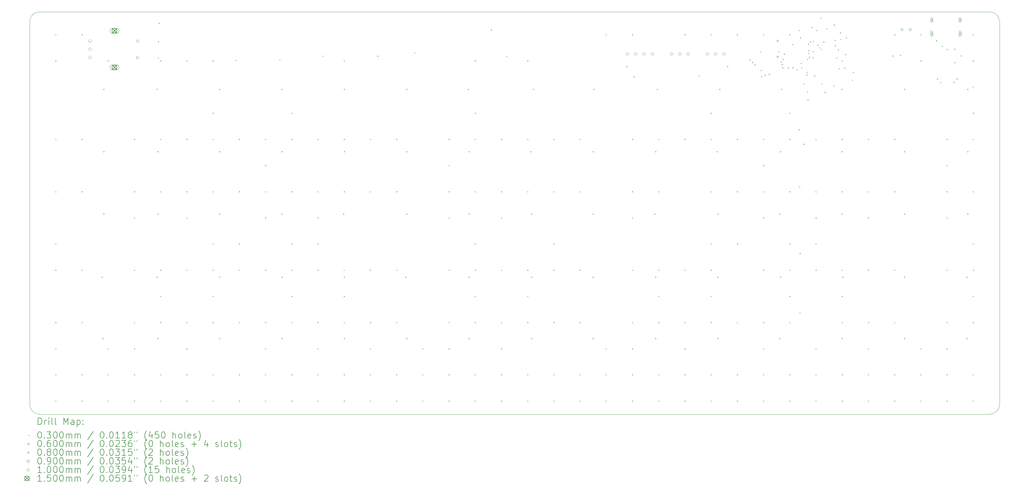
<source format=gbr>
%TF.GenerationSoftware,KiCad,Pcbnew,8.0.1*%
%TF.CreationDate,2024-06-12T21:18:50+02:00*%
%TF.ProjectId,Keyboard,4b657962-6f61-4726-942e-6b696361645f,rev?*%
%TF.SameCoordinates,Original*%
%TF.FileFunction,Drillmap*%
%TF.FilePolarity,Positive*%
%FSLAX45Y45*%
G04 Gerber Fmt 4.5, Leading zero omitted, Abs format (unit mm)*
G04 Created by KiCad (PCBNEW 8.0.1) date 2024-06-12 21:18:50*
%MOMM*%
%LPD*%
G01*
G04 APERTURE LIST*
%ADD10C,0.050000*%
%ADD11C,0.200000*%
%ADD12C,0.100000*%
%ADD13C,0.150000*%
G04 APERTURE END LIST*
D10*
X36600000Y-19700000D02*
G75*
G02*
X36300000Y-20000000I-300000J0D01*
G01*
X7000000Y-8000000D02*
G75*
G02*
X7300000Y-7700000I300000J0D01*
G01*
X7000000Y-19700000D02*
X7000000Y-8000000D01*
X7300000Y-20000000D02*
X36300000Y-20000000D01*
X36600000Y-19700000D02*
X36600000Y-8000000D01*
X36300000Y-7700000D02*
G75*
G02*
X36600000Y-8000000I0J-300000D01*
G01*
X7300000Y-7700000D02*
X36300000Y-7700000D01*
X7300000Y-20000000D02*
G75*
G02*
X7000000Y-19700000I0J300000D01*
G01*
D11*
D12*
X7782500Y-8380175D02*
X7812500Y-8410175D01*
X7812500Y-8380175D02*
X7782500Y-8410175D01*
X7782500Y-9180175D02*
X7812500Y-9210175D01*
X7812500Y-9180175D02*
X7782500Y-9210175D01*
X7782500Y-11580175D02*
X7812500Y-11610175D01*
X7812500Y-11580175D02*
X7782500Y-11610175D01*
X7782500Y-13180175D02*
X7812500Y-13210175D01*
X7812500Y-13180175D02*
X7782500Y-13210175D01*
X7782500Y-14780175D02*
X7812500Y-14810175D01*
X7812500Y-14780175D02*
X7782500Y-14810175D01*
X7782500Y-15580175D02*
X7812500Y-15610175D01*
X7812500Y-15580175D02*
X7782500Y-15610175D01*
X7782500Y-17180175D02*
X7812500Y-17210175D01*
X7812500Y-17180175D02*
X7782500Y-17210175D01*
X7782500Y-17980175D02*
X7812500Y-18010175D01*
X7812500Y-17980175D02*
X7782500Y-18010175D01*
X7782500Y-18780175D02*
X7812500Y-18810175D01*
X7812500Y-18780175D02*
X7782500Y-18810175D01*
X7782500Y-19580175D02*
X7812500Y-19610175D01*
X7812500Y-19580175D02*
X7782500Y-19610175D01*
X8582500Y-8380175D02*
X8612500Y-8410175D01*
X8612500Y-8380175D02*
X8582500Y-8410175D01*
X8582500Y-11580175D02*
X8612500Y-11610175D01*
X8612500Y-11580175D02*
X8582500Y-11610175D01*
X8582500Y-13180175D02*
X8612500Y-13210175D01*
X8612500Y-13180175D02*
X8582500Y-13210175D01*
X8582500Y-15580175D02*
X8612500Y-15610175D01*
X8612500Y-15580175D02*
X8582500Y-15610175D01*
X8582500Y-17180175D02*
X8612500Y-17210175D01*
X8612500Y-17180175D02*
X8582500Y-17210175D01*
X8582500Y-18780175D02*
X8612500Y-18810175D01*
X8612500Y-18780175D02*
X8582500Y-18810175D01*
X8582500Y-19580175D02*
X8612500Y-19610175D01*
X8612500Y-19580175D02*
X8582500Y-19610175D01*
X9194800Y-15794000D02*
X9224800Y-15824000D01*
X9224800Y-15794000D02*
X9194800Y-15824000D01*
X9220200Y-17673600D02*
X9250200Y-17703600D01*
X9250200Y-17673600D02*
X9220200Y-17703600D01*
X9245600Y-10053600D02*
X9275600Y-10083600D01*
X9275600Y-10053600D02*
X9245600Y-10083600D01*
X9245600Y-11958600D02*
X9275600Y-11988600D01*
X9275600Y-11958600D02*
X9245600Y-11988600D01*
X9245600Y-13863600D02*
X9275600Y-13893600D01*
X9275600Y-13863600D02*
X9245600Y-13893600D01*
X9382500Y-9180175D02*
X9412500Y-9210175D01*
X9412500Y-9180175D02*
X9382500Y-9210175D01*
X9382500Y-17980175D02*
X9412500Y-18010175D01*
X9412500Y-17980175D02*
X9382500Y-18010175D01*
X9382500Y-18780175D02*
X9412500Y-18810175D01*
X9412500Y-18780175D02*
X9382500Y-18810175D01*
X9382500Y-19580175D02*
X9412500Y-19610175D01*
X9412500Y-19580175D02*
X9382500Y-19610175D01*
X10182500Y-11580175D02*
X10212500Y-11610175D01*
X10212500Y-11580175D02*
X10182500Y-11610175D01*
X10182500Y-13180175D02*
X10212500Y-13210175D01*
X10212500Y-13180175D02*
X10182500Y-13210175D01*
X10182500Y-13980175D02*
X10212500Y-14010175D01*
X10212500Y-13980175D02*
X10182500Y-14010175D01*
X10182500Y-15580175D02*
X10212500Y-15610175D01*
X10212500Y-15580175D02*
X10182500Y-15610175D01*
X10182500Y-17180175D02*
X10212500Y-17210175D01*
X10212500Y-17180175D02*
X10182500Y-17210175D01*
X10182500Y-17980175D02*
X10212500Y-18010175D01*
X10212500Y-17980175D02*
X10182500Y-18010175D01*
X10182500Y-18780175D02*
X10212500Y-18810175D01*
X10212500Y-18780175D02*
X10182500Y-18810175D01*
X10182500Y-19580175D02*
X10212500Y-19610175D01*
X10212500Y-19580175D02*
X10182500Y-19610175D01*
X10871200Y-10053600D02*
X10901200Y-10083600D01*
X10901200Y-10053600D02*
X10871200Y-10083600D01*
X10871200Y-15794000D02*
X10901200Y-15824000D01*
X10901200Y-15794000D02*
X10871200Y-15824000D01*
X10896600Y-11958600D02*
X10926600Y-11988600D01*
X10926600Y-11958600D02*
X10896600Y-11988600D01*
X10896600Y-13863600D02*
X10926600Y-13893600D01*
X10926600Y-13863600D02*
X10896600Y-13893600D01*
X10896600Y-17673600D02*
X10926600Y-17703600D01*
X10926600Y-17673600D02*
X10896600Y-17703600D01*
X10909300Y-8593100D02*
X10939300Y-8623100D01*
X10939300Y-8593100D02*
X10909300Y-8623100D01*
X10909300Y-9088400D02*
X10939300Y-9118400D01*
X10939300Y-9088400D02*
X10909300Y-9118400D01*
X10934700Y-8034300D02*
X10964700Y-8064300D01*
X10964700Y-8034300D02*
X10934700Y-8064300D01*
X10982500Y-9180175D02*
X11012500Y-9210175D01*
X11012500Y-9180175D02*
X10982500Y-9210175D01*
X10982500Y-11580175D02*
X11012500Y-11610175D01*
X11012500Y-11580175D02*
X10982500Y-11610175D01*
X10982500Y-13180175D02*
X11012500Y-13210175D01*
X11012500Y-13180175D02*
X10982500Y-13210175D01*
X10982500Y-15580175D02*
X11012500Y-15610175D01*
X11012500Y-15580175D02*
X10982500Y-15610175D01*
X10982500Y-16380175D02*
X11012500Y-16410175D01*
X11012500Y-16380175D02*
X10982500Y-16410175D01*
X10982500Y-17180175D02*
X11012500Y-17210175D01*
X11012500Y-17180175D02*
X10982500Y-17210175D01*
X10982500Y-18780175D02*
X11012500Y-18810175D01*
X11012500Y-18780175D02*
X10982500Y-18810175D01*
X10982500Y-19580175D02*
X11012500Y-19610175D01*
X11012500Y-19580175D02*
X10982500Y-19610175D01*
X11782500Y-9180175D02*
X11812500Y-9210175D01*
X11812500Y-9180175D02*
X11782500Y-9210175D01*
X11782500Y-11580175D02*
X11812500Y-11610175D01*
X11812500Y-11580175D02*
X11782500Y-11610175D01*
X11782500Y-13180175D02*
X11812500Y-13210175D01*
X11812500Y-13180175D02*
X11782500Y-13210175D01*
X11782500Y-13980175D02*
X11812500Y-14010175D01*
X11812500Y-13980175D02*
X11782500Y-14010175D01*
X11782500Y-15580175D02*
X11812500Y-15610175D01*
X11812500Y-15580175D02*
X11782500Y-15610175D01*
X11782500Y-17180175D02*
X11812500Y-17210175D01*
X11812500Y-17180175D02*
X11782500Y-17210175D01*
X11782500Y-17980175D02*
X11812500Y-18010175D01*
X11812500Y-17980175D02*
X11782500Y-18010175D01*
X11782500Y-18780175D02*
X11812500Y-18810175D01*
X11812500Y-18780175D02*
X11782500Y-18810175D01*
X11782500Y-19580175D02*
X11812500Y-19610175D01*
X11812500Y-19580175D02*
X11782500Y-19610175D01*
X12582500Y-9180175D02*
X12612500Y-9210175D01*
X12612500Y-9180175D02*
X12582500Y-9210175D01*
X12582500Y-10780175D02*
X12612500Y-10810175D01*
X12612500Y-10780175D02*
X12582500Y-10810175D01*
X12582500Y-11580175D02*
X12612500Y-11610175D01*
X12612500Y-11580175D02*
X12582500Y-11610175D01*
X12582500Y-13180175D02*
X12612500Y-13210175D01*
X12612500Y-13180175D02*
X12582500Y-13210175D01*
X12582500Y-14780175D02*
X12612500Y-14810175D01*
X12612500Y-14780175D02*
X12582500Y-14810175D01*
X12582500Y-15580175D02*
X12612500Y-15610175D01*
X12612500Y-15580175D02*
X12582500Y-15610175D01*
X12582500Y-16380175D02*
X12612500Y-16410175D01*
X12612500Y-16380175D02*
X12582500Y-16410175D01*
X12582500Y-17180175D02*
X12612500Y-17210175D01*
X12612500Y-17180175D02*
X12582500Y-17210175D01*
X12582500Y-18780175D02*
X12612500Y-18810175D01*
X12612500Y-18780175D02*
X12582500Y-18810175D01*
X12582500Y-19580175D02*
X12612500Y-19610175D01*
X12612500Y-19580175D02*
X12582500Y-19610175D01*
X12776200Y-10053600D02*
X12806200Y-10083600D01*
X12806200Y-10053600D02*
X12776200Y-10083600D01*
X12776200Y-11958600D02*
X12806200Y-11988600D01*
X12806200Y-11958600D02*
X12776200Y-11988600D01*
X12776200Y-13863600D02*
X12806200Y-13893600D01*
X12806200Y-13863600D02*
X12776200Y-13893600D01*
X12776200Y-15794000D02*
X12806200Y-15824000D01*
X12806200Y-15794000D02*
X12776200Y-15824000D01*
X12776200Y-17673600D02*
X12806200Y-17703600D01*
X12806200Y-17673600D02*
X12776200Y-17703600D01*
X13271500Y-9164600D02*
X13301500Y-9194600D01*
X13301500Y-9164600D02*
X13271500Y-9194600D01*
X13382500Y-11580175D02*
X13412500Y-11610175D01*
X13412500Y-11580175D02*
X13382500Y-11610175D01*
X13382500Y-13180175D02*
X13412500Y-13210175D01*
X13412500Y-13180175D02*
X13382500Y-13210175D01*
X13382500Y-14780175D02*
X13412500Y-14810175D01*
X13412500Y-14780175D02*
X13382500Y-14810175D01*
X13382500Y-15580175D02*
X13412500Y-15610175D01*
X13412500Y-15580175D02*
X13382500Y-15610175D01*
X13382500Y-17180175D02*
X13412500Y-17210175D01*
X13412500Y-17180175D02*
X13382500Y-17210175D01*
X13382500Y-18780175D02*
X13412500Y-18810175D01*
X13412500Y-18780175D02*
X13382500Y-18810175D01*
X13382500Y-19580175D02*
X13412500Y-19610175D01*
X13412500Y-19580175D02*
X13382500Y-19610175D01*
X14182500Y-11580175D02*
X14212500Y-11610175D01*
X14212500Y-11580175D02*
X14182500Y-11610175D01*
X14182500Y-12380175D02*
X14212500Y-12410175D01*
X14212500Y-12380175D02*
X14182500Y-12410175D01*
X14182500Y-13180175D02*
X14212500Y-13210175D01*
X14212500Y-13180175D02*
X14182500Y-13210175D01*
X14182500Y-13980175D02*
X14212500Y-14010175D01*
X14212500Y-13980175D02*
X14182500Y-14010175D01*
X14182500Y-15580175D02*
X14212500Y-15610175D01*
X14212500Y-15580175D02*
X14182500Y-15610175D01*
X14182500Y-17180175D02*
X14212500Y-17210175D01*
X14212500Y-17180175D02*
X14182500Y-17210175D01*
X14182500Y-17980175D02*
X14212500Y-18010175D01*
X14212500Y-17980175D02*
X14182500Y-18010175D01*
X14182500Y-18780175D02*
X14212500Y-18810175D01*
X14212500Y-18780175D02*
X14182500Y-18810175D01*
X14182500Y-19580175D02*
X14212500Y-19610175D01*
X14212500Y-19580175D02*
X14182500Y-19610175D01*
X14617700Y-9139200D02*
X14647700Y-9169200D01*
X14647700Y-9139200D02*
X14617700Y-9169200D01*
X14681200Y-10053600D02*
X14711200Y-10083600D01*
X14711200Y-10053600D02*
X14681200Y-10083600D01*
X14681200Y-11958600D02*
X14711200Y-11988600D01*
X14711200Y-11958600D02*
X14681200Y-11988600D01*
X14681200Y-13863600D02*
X14711200Y-13893600D01*
X14711200Y-13863600D02*
X14681200Y-13893600D01*
X14681200Y-15794000D02*
X14711200Y-15824000D01*
X14711200Y-15794000D02*
X14681200Y-15824000D01*
X14681200Y-17673600D02*
X14711200Y-17703600D01*
X14711200Y-17673600D02*
X14681200Y-17703600D01*
X14982500Y-10780175D02*
X15012500Y-10810175D01*
X15012500Y-10780175D02*
X14982500Y-10810175D01*
X14982500Y-11580175D02*
X15012500Y-11610175D01*
X15012500Y-11580175D02*
X14982500Y-11610175D01*
X14982500Y-13180175D02*
X15012500Y-13210175D01*
X15012500Y-13180175D02*
X14982500Y-13210175D01*
X14982500Y-14780175D02*
X15012500Y-14810175D01*
X15012500Y-14780175D02*
X14982500Y-14810175D01*
X14982500Y-15580175D02*
X15012500Y-15610175D01*
X15012500Y-15580175D02*
X14982500Y-15610175D01*
X14982500Y-16380175D02*
X15012500Y-16410175D01*
X15012500Y-16380175D02*
X14982500Y-16410175D01*
X14982500Y-17180175D02*
X15012500Y-17210175D01*
X15012500Y-17180175D02*
X14982500Y-17210175D01*
X14982500Y-18780175D02*
X15012500Y-18810175D01*
X15012500Y-18780175D02*
X14982500Y-18810175D01*
X14982500Y-19580175D02*
X15012500Y-19610175D01*
X15012500Y-19580175D02*
X14982500Y-19610175D01*
X15782500Y-11580175D02*
X15812500Y-11610175D01*
X15812500Y-11580175D02*
X15782500Y-11610175D01*
X15782500Y-13180175D02*
X15812500Y-13210175D01*
X15812500Y-13180175D02*
X15782500Y-13210175D01*
X15782500Y-13980175D02*
X15812500Y-14010175D01*
X15812500Y-13980175D02*
X15782500Y-14010175D01*
X15782500Y-14780175D02*
X15812500Y-14810175D01*
X15812500Y-14780175D02*
X15782500Y-14810175D01*
X15782500Y-15580175D02*
X15812500Y-15610175D01*
X15812500Y-15580175D02*
X15782500Y-15610175D01*
X15782500Y-17180175D02*
X15812500Y-17210175D01*
X15812500Y-17180175D02*
X15782500Y-17210175D01*
X15782500Y-17980175D02*
X15812500Y-18010175D01*
X15812500Y-17980175D02*
X15782500Y-18010175D01*
X15782500Y-18780175D02*
X15812500Y-18810175D01*
X15812500Y-18780175D02*
X15782500Y-18810175D01*
X15782500Y-19580175D02*
X15812500Y-19610175D01*
X15812500Y-19580175D02*
X15782500Y-19610175D01*
X15938500Y-9037600D02*
X15968500Y-9067600D01*
X15968500Y-9037600D02*
X15938500Y-9067600D01*
X16560800Y-13863600D02*
X16590800Y-13893600D01*
X16590800Y-13863600D02*
X16560800Y-13893600D01*
X16582500Y-9180175D02*
X16612500Y-9210175D01*
X16612500Y-9180175D02*
X16582500Y-9210175D01*
X16582500Y-11580175D02*
X16612500Y-11610175D01*
X16612500Y-11580175D02*
X16582500Y-11610175D01*
X16582500Y-13180175D02*
X16612500Y-13210175D01*
X16612500Y-13180175D02*
X16582500Y-13210175D01*
X16582500Y-15580175D02*
X16612500Y-15610175D01*
X16612500Y-15580175D02*
X16582500Y-15610175D01*
X16582500Y-16380175D02*
X16612500Y-16410175D01*
X16612500Y-16380175D02*
X16582500Y-16410175D01*
X16582500Y-17180175D02*
X16612500Y-17210175D01*
X16612500Y-17180175D02*
X16582500Y-17210175D01*
X16582500Y-18780175D02*
X16612500Y-18810175D01*
X16612500Y-18780175D02*
X16582500Y-18810175D01*
X16582500Y-19580175D02*
X16612500Y-19610175D01*
X16612500Y-19580175D02*
X16582500Y-19610175D01*
X16586200Y-10053600D02*
X16616200Y-10083600D01*
X16616200Y-10053600D02*
X16586200Y-10083600D01*
X16586200Y-11958600D02*
X16616200Y-11988600D01*
X16616200Y-11958600D02*
X16586200Y-11988600D01*
X16586200Y-15794000D02*
X16616200Y-15824000D01*
X16616200Y-15794000D02*
X16586200Y-15824000D01*
X16586200Y-17673600D02*
X16616200Y-17703600D01*
X16616200Y-17673600D02*
X16586200Y-17703600D01*
X17382500Y-11580175D02*
X17412500Y-11610175D01*
X17412500Y-11580175D02*
X17382500Y-11610175D01*
X17382500Y-13180175D02*
X17412500Y-13210175D01*
X17412500Y-13180175D02*
X17382500Y-13210175D01*
X17382500Y-15580175D02*
X17412500Y-15610175D01*
X17412500Y-15580175D02*
X17382500Y-15610175D01*
X17382500Y-17180175D02*
X17412500Y-17210175D01*
X17412500Y-17180175D02*
X17382500Y-17210175D01*
X17382500Y-17980175D02*
X17412500Y-18010175D01*
X17412500Y-17980175D02*
X17382500Y-18010175D01*
X17382500Y-18780175D02*
X17412500Y-18810175D01*
X17412500Y-18780175D02*
X17382500Y-18810175D01*
X17382500Y-19580175D02*
X17412500Y-19610175D01*
X17412500Y-19580175D02*
X17382500Y-19610175D01*
X17602200Y-9037600D02*
X17632200Y-9067600D01*
X17632200Y-9037600D02*
X17602200Y-9067600D01*
X18182500Y-11580175D02*
X18212500Y-11610175D01*
X18212500Y-11580175D02*
X18182500Y-11610175D01*
X18182500Y-13180175D02*
X18212500Y-13210175D01*
X18212500Y-13180175D02*
X18182500Y-13210175D01*
X18182500Y-15580175D02*
X18212500Y-15610175D01*
X18212500Y-15580175D02*
X18182500Y-15610175D01*
X18182500Y-17180175D02*
X18212500Y-17210175D01*
X18212500Y-17180175D02*
X18182500Y-17210175D01*
X18182500Y-18780175D02*
X18212500Y-18810175D01*
X18212500Y-18780175D02*
X18182500Y-18810175D01*
X18182500Y-19580175D02*
X18212500Y-19610175D01*
X18212500Y-19580175D02*
X18182500Y-19610175D01*
X18465800Y-15794000D02*
X18495800Y-15824000D01*
X18495800Y-15794000D02*
X18465800Y-15824000D01*
X18491200Y-10053600D02*
X18521200Y-10083600D01*
X18521200Y-10053600D02*
X18491200Y-10083600D01*
X18491200Y-11958600D02*
X18521200Y-11988600D01*
X18521200Y-11958600D02*
X18491200Y-11988600D01*
X18491200Y-13863600D02*
X18521200Y-13893600D01*
X18521200Y-13863600D02*
X18491200Y-13893600D01*
X18491200Y-17673600D02*
X18521200Y-17703600D01*
X18521200Y-17673600D02*
X18491200Y-17703600D01*
X18732500Y-8936000D02*
X18762500Y-8966000D01*
X18762500Y-8936000D02*
X18732500Y-8966000D01*
X18982500Y-17980175D02*
X19012500Y-18010175D01*
X19012500Y-17980175D02*
X18982500Y-18010175D01*
X18982500Y-18780175D02*
X19012500Y-18810175D01*
X19012500Y-18780175D02*
X18982500Y-18810175D01*
X18982500Y-19580175D02*
X19012500Y-19610175D01*
X19012500Y-19580175D02*
X18982500Y-19610175D01*
X19782500Y-11580175D02*
X19812500Y-11610175D01*
X19812500Y-11580175D02*
X19782500Y-11610175D01*
X19782500Y-12380175D02*
X19812500Y-12410175D01*
X19812500Y-12380175D02*
X19782500Y-12410175D01*
X19782500Y-13180175D02*
X19812500Y-13210175D01*
X19812500Y-13180175D02*
X19782500Y-13210175D01*
X19782500Y-13980175D02*
X19812500Y-14010175D01*
X19812500Y-13980175D02*
X19782500Y-14010175D01*
X19782500Y-15580175D02*
X19812500Y-15610175D01*
X19812500Y-15580175D02*
X19782500Y-15610175D01*
X19782500Y-17180175D02*
X19812500Y-17210175D01*
X19812500Y-17180175D02*
X19782500Y-17210175D01*
X19782500Y-17980175D02*
X19812500Y-18010175D01*
X19812500Y-17980175D02*
X19782500Y-18010175D01*
X19782500Y-18780175D02*
X19812500Y-18810175D01*
X19812500Y-18780175D02*
X19782500Y-18810175D01*
X19782500Y-19580175D02*
X19812500Y-19610175D01*
X19812500Y-19580175D02*
X19782500Y-19610175D01*
X20370800Y-10053600D02*
X20400800Y-10083600D01*
X20400800Y-10053600D02*
X20370800Y-10083600D01*
X20396200Y-11958600D02*
X20426200Y-11988600D01*
X20426200Y-11958600D02*
X20396200Y-11988600D01*
X20396200Y-13863600D02*
X20426200Y-13893600D01*
X20426200Y-13863600D02*
X20396200Y-13893600D01*
X20396200Y-15794000D02*
X20426200Y-15824000D01*
X20426200Y-15794000D02*
X20396200Y-15824000D01*
X20396200Y-17673600D02*
X20426200Y-17703600D01*
X20426200Y-17673600D02*
X20396200Y-17703600D01*
X20582500Y-9180175D02*
X20612500Y-9210175D01*
X20612500Y-9180175D02*
X20582500Y-9210175D01*
X20582500Y-10780175D02*
X20612500Y-10810175D01*
X20612500Y-10780175D02*
X20582500Y-10810175D01*
X20582500Y-11580175D02*
X20612500Y-11610175D01*
X20612500Y-11580175D02*
X20582500Y-11610175D01*
X20582500Y-13180175D02*
X20612500Y-13210175D01*
X20612500Y-13180175D02*
X20582500Y-13210175D01*
X20582500Y-14780175D02*
X20612500Y-14810175D01*
X20612500Y-14780175D02*
X20582500Y-14810175D01*
X20582500Y-15580175D02*
X20612500Y-15610175D01*
X20612500Y-15580175D02*
X20582500Y-15610175D01*
X20582500Y-16380175D02*
X20612500Y-16410175D01*
X20612500Y-16380175D02*
X20582500Y-16410175D01*
X20582500Y-17180175D02*
X20612500Y-17210175D01*
X20612500Y-17180175D02*
X20582500Y-17210175D01*
X20582500Y-18780175D02*
X20612500Y-18810175D01*
X20612500Y-18780175D02*
X20582500Y-18810175D01*
X20582500Y-19580175D02*
X20612500Y-19610175D01*
X20612500Y-19580175D02*
X20582500Y-19610175D01*
X21069300Y-8237500D02*
X21099300Y-8267500D01*
X21099300Y-8237500D02*
X21069300Y-8267500D01*
X21382500Y-11580175D02*
X21412500Y-11610175D01*
X21412500Y-11580175D02*
X21382500Y-11610175D01*
X21382500Y-13180175D02*
X21412500Y-13210175D01*
X21412500Y-13180175D02*
X21382500Y-13210175D01*
X21382500Y-13980175D02*
X21412500Y-14010175D01*
X21412500Y-13980175D02*
X21382500Y-14010175D01*
X21382500Y-15580175D02*
X21412500Y-15610175D01*
X21412500Y-15580175D02*
X21382500Y-15610175D01*
X21382500Y-17180175D02*
X21412500Y-17210175D01*
X21412500Y-17180175D02*
X21382500Y-17210175D01*
X21382500Y-17980175D02*
X21412500Y-18010175D01*
X21412500Y-17980175D02*
X21382500Y-18010175D01*
X21382500Y-18780175D02*
X21412500Y-18810175D01*
X21412500Y-18780175D02*
X21382500Y-18810175D01*
X21382500Y-19580175D02*
X21412500Y-19610175D01*
X21412500Y-19580175D02*
X21382500Y-19610175D01*
X21539200Y-9050300D02*
X21569200Y-9080300D01*
X21569200Y-9050300D02*
X21539200Y-9080300D01*
X22182500Y-9180175D02*
X22212500Y-9210175D01*
X22212500Y-9180175D02*
X22182500Y-9210175D01*
X22182500Y-11580175D02*
X22212500Y-11610175D01*
X22212500Y-11580175D02*
X22182500Y-11610175D01*
X22182500Y-13180175D02*
X22212500Y-13210175D01*
X22212500Y-13180175D02*
X22182500Y-13210175D01*
X22182500Y-15580175D02*
X22212500Y-15610175D01*
X22212500Y-15580175D02*
X22182500Y-15610175D01*
X22182500Y-16380175D02*
X22212500Y-16410175D01*
X22212500Y-16380175D02*
X22182500Y-16410175D01*
X22182500Y-17180175D02*
X22212500Y-17210175D01*
X22212500Y-17180175D02*
X22182500Y-17210175D01*
X22182500Y-18780175D02*
X22212500Y-18810175D01*
X22212500Y-18780175D02*
X22182500Y-18810175D01*
X22182500Y-19580175D02*
X22212500Y-19610175D01*
X22212500Y-19580175D02*
X22182500Y-19610175D01*
X22275800Y-11958600D02*
X22305800Y-11988600D01*
X22305800Y-11958600D02*
X22275800Y-11988600D01*
X22301200Y-13863600D02*
X22331200Y-13893600D01*
X22331200Y-13863600D02*
X22301200Y-13893600D01*
X22301200Y-15794000D02*
X22331200Y-15824000D01*
X22331200Y-15794000D02*
X22301200Y-15824000D01*
X22301200Y-17673600D02*
X22331200Y-17703600D01*
X22331200Y-17673600D02*
X22301200Y-17703600D01*
X22352000Y-10053600D02*
X22382000Y-10083600D01*
X22382000Y-10053600D02*
X22352000Y-10083600D01*
X22982500Y-11580175D02*
X23012500Y-11610175D01*
X23012500Y-11580175D02*
X22982500Y-11610175D01*
X22982500Y-13180175D02*
X23012500Y-13210175D01*
X23012500Y-13180175D02*
X22982500Y-13210175D01*
X22982500Y-14780175D02*
X23012500Y-14810175D01*
X23012500Y-14780175D02*
X22982500Y-14810175D01*
X22982500Y-15580175D02*
X23012500Y-15610175D01*
X23012500Y-15580175D02*
X22982500Y-15610175D01*
X22982500Y-17180175D02*
X23012500Y-17210175D01*
X23012500Y-17180175D02*
X22982500Y-17210175D01*
X22982500Y-18780175D02*
X23012500Y-18810175D01*
X23012500Y-18780175D02*
X22982500Y-18810175D01*
X22982500Y-19580175D02*
X23012500Y-19610175D01*
X23012500Y-19580175D02*
X22982500Y-19610175D01*
X23782500Y-11580175D02*
X23812500Y-11610175D01*
X23812500Y-11580175D02*
X23782500Y-11610175D01*
X23782500Y-13180175D02*
X23812500Y-13210175D01*
X23812500Y-13180175D02*
X23782500Y-13210175D01*
X23782500Y-15580175D02*
X23812500Y-15610175D01*
X23812500Y-15580175D02*
X23782500Y-15610175D01*
X23782500Y-17180175D02*
X23812500Y-17210175D01*
X23812500Y-17180175D02*
X23782500Y-17210175D01*
X23782500Y-18780175D02*
X23812500Y-18810175D01*
X23812500Y-18780175D02*
X23782500Y-18810175D01*
X23782500Y-19580175D02*
X23812500Y-19610175D01*
X23812500Y-19580175D02*
X23782500Y-19610175D01*
X24180800Y-11958600D02*
X24210800Y-11988600D01*
X24210800Y-11958600D02*
X24180800Y-11988600D01*
X24180800Y-13863600D02*
X24210800Y-13893600D01*
X24210800Y-13863600D02*
X24180800Y-13893600D01*
X24180800Y-15794000D02*
X24210800Y-15824000D01*
X24210800Y-15794000D02*
X24180800Y-15824000D01*
X24180800Y-17673600D02*
X24210800Y-17703600D01*
X24210800Y-17673600D02*
X24180800Y-17703600D01*
X24206200Y-10053600D02*
X24236200Y-10083600D01*
X24236200Y-10053600D02*
X24206200Y-10083600D01*
X24582500Y-8380175D02*
X24612500Y-8410175D01*
X24612500Y-8380175D02*
X24582500Y-8410175D01*
X24582500Y-17980175D02*
X24612500Y-18010175D01*
X24612500Y-17980175D02*
X24582500Y-18010175D01*
X24582500Y-18780175D02*
X24612500Y-18810175D01*
X24612500Y-18780175D02*
X24582500Y-18810175D01*
X24582500Y-19580175D02*
X24612500Y-19610175D01*
X24612500Y-19580175D02*
X24582500Y-19610175D01*
X25209500Y-9355100D02*
X25239500Y-9385100D01*
X25239500Y-9355100D02*
X25209500Y-9385100D01*
X25382500Y-8380175D02*
X25412500Y-8410175D01*
X25412500Y-8380175D02*
X25382500Y-8410175D01*
X25382500Y-11580175D02*
X25412500Y-11610175D01*
X25412500Y-11580175D02*
X25382500Y-11610175D01*
X25382500Y-13180175D02*
X25412500Y-13210175D01*
X25412500Y-13180175D02*
X25382500Y-13210175D01*
X25382500Y-13980175D02*
X25412500Y-14010175D01*
X25412500Y-13980175D02*
X25382500Y-14010175D01*
X25382500Y-15580175D02*
X25412500Y-15610175D01*
X25412500Y-15580175D02*
X25382500Y-15610175D01*
X25382500Y-17180175D02*
X25412500Y-17210175D01*
X25412500Y-17180175D02*
X25382500Y-17210175D01*
X25382500Y-17980175D02*
X25412500Y-18010175D01*
X25412500Y-17980175D02*
X25382500Y-18010175D01*
X25382500Y-18780175D02*
X25412500Y-18810175D01*
X25412500Y-18780175D02*
X25382500Y-18810175D01*
X25382500Y-19580175D02*
X25412500Y-19610175D01*
X25412500Y-19580175D02*
X25382500Y-19610175D01*
X25425400Y-9672600D02*
X25455400Y-9702600D01*
X25455400Y-9672600D02*
X25425400Y-9702600D01*
X26060400Y-13863600D02*
X26090400Y-13893600D01*
X26090400Y-13863600D02*
X26060400Y-13893600D01*
X26085800Y-11958600D02*
X26115800Y-11988600D01*
X26115800Y-11958600D02*
X26085800Y-11988600D01*
X26085800Y-15794000D02*
X26115800Y-15824000D01*
X26115800Y-15794000D02*
X26085800Y-15824000D01*
X26085800Y-17673600D02*
X26115800Y-17703600D01*
X26115800Y-17673600D02*
X26085800Y-17703600D01*
X26136600Y-10053600D02*
X26166600Y-10083600D01*
X26166600Y-10053600D02*
X26136600Y-10083600D01*
X26182500Y-11580175D02*
X26212500Y-11610175D01*
X26212500Y-11580175D02*
X26182500Y-11610175D01*
X26182500Y-13180175D02*
X26212500Y-13210175D01*
X26212500Y-13180175D02*
X26182500Y-13210175D01*
X26182500Y-15580175D02*
X26212500Y-15610175D01*
X26212500Y-15580175D02*
X26182500Y-15610175D01*
X26182500Y-16380175D02*
X26212500Y-16410175D01*
X26212500Y-16380175D02*
X26182500Y-16410175D01*
X26182500Y-17180175D02*
X26212500Y-17210175D01*
X26212500Y-17180175D02*
X26182500Y-17210175D01*
X26182500Y-18780175D02*
X26212500Y-18810175D01*
X26212500Y-18780175D02*
X26182500Y-18810175D01*
X26182500Y-19580175D02*
X26212500Y-19610175D01*
X26212500Y-19580175D02*
X26182500Y-19610175D01*
X26982500Y-8380175D02*
X27012500Y-8410175D01*
X27012500Y-8380175D02*
X26982500Y-8410175D01*
X26982500Y-11580175D02*
X27012500Y-11610175D01*
X27012500Y-11580175D02*
X26982500Y-11610175D01*
X26982500Y-15580175D02*
X27012500Y-15610175D01*
X27012500Y-15580175D02*
X26982500Y-15610175D01*
X26982500Y-17180175D02*
X27012500Y-17210175D01*
X27012500Y-17180175D02*
X26982500Y-17210175D01*
X26982500Y-17980175D02*
X27012500Y-18010175D01*
X27012500Y-17980175D02*
X26982500Y-18010175D01*
X26982500Y-18780175D02*
X27012500Y-18810175D01*
X27012500Y-18780175D02*
X26982500Y-18810175D01*
X26982500Y-19580175D02*
X27012500Y-19610175D01*
X27012500Y-19580175D02*
X26982500Y-19610175D01*
X27419300Y-9647200D02*
X27449300Y-9677200D01*
X27449300Y-9647200D02*
X27419300Y-9677200D01*
X27782500Y-8380175D02*
X27812500Y-8410175D01*
X27812500Y-8380175D02*
X27782500Y-8410175D01*
X27782500Y-10780175D02*
X27812500Y-10810175D01*
X27812500Y-10780175D02*
X27782500Y-10810175D01*
X27782500Y-11580175D02*
X27812500Y-11610175D01*
X27812500Y-11580175D02*
X27782500Y-11610175D01*
X27782500Y-13180175D02*
X27812500Y-13210175D01*
X27812500Y-13180175D02*
X27782500Y-13210175D01*
X27782500Y-14780175D02*
X27812500Y-14810175D01*
X27812500Y-14780175D02*
X27782500Y-14810175D01*
X27782500Y-15580175D02*
X27812500Y-15610175D01*
X27812500Y-15580175D02*
X27782500Y-15610175D01*
X27782500Y-16380175D02*
X27812500Y-16410175D01*
X27812500Y-16380175D02*
X27782500Y-16410175D01*
X27782500Y-17180175D02*
X27812500Y-17210175D01*
X27812500Y-17180175D02*
X27782500Y-17210175D01*
X27782500Y-18780175D02*
X27812500Y-18810175D01*
X27812500Y-18780175D02*
X27782500Y-18810175D01*
X27782500Y-19580175D02*
X27812500Y-19610175D01*
X27812500Y-19580175D02*
X27782500Y-19610175D01*
X27965400Y-11958600D02*
X27995400Y-11988600D01*
X27995400Y-11958600D02*
X27965400Y-11988600D01*
X27990800Y-13863600D02*
X28020800Y-13893600D01*
X28020800Y-13863600D02*
X27990800Y-13893600D01*
X27990800Y-15794000D02*
X28020800Y-15824000D01*
X28020800Y-15794000D02*
X27990800Y-15824000D01*
X27990800Y-17673600D02*
X28020800Y-17703600D01*
X28020800Y-17673600D02*
X27990800Y-17703600D01*
X28041600Y-10053600D02*
X28071600Y-10083600D01*
X28071600Y-10053600D02*
X28041600Y-10083600D01*
X28282900Y-9354400D02*
X28312900Y-9384400D01*
X28312900Y-9354400D02*
X28282900Y-9384400D01*
X28582500Y-8380175D02*
X28612500Y-8410175D01*
X28612500Y-8380175D02*
X28582500Y-8410175D01*
X28582500Y-11580175D02*
X28612500Y-11610175D01*
X28612500Y-11580175D02*
X28582500Y-11610175D01*
X28582500Y-13180175D02*
X28612500Y-13210175D01*
X28612500Y-13180175D02*
X28582500Y-13210175D01*
X28582500Y-14780175D02*
X28612500Y-14810175D01*
X28612500Y-14780175D02*
X28582500Y-14810175D01*
X28582500Y-17180175D02*
X28612500Y-17210175D01*
X28612500Y-17180175D02*
X28582500Y-17210175D01*
X28582500Y-18780175D02*
X28612500Y-18810175D01*
X28612500Y-18780175D02*
X28582500Y-18810175D01*
X28582500Y-19580175D02*
X28612500Y-19610175D01*
X28612500Y-19580175D02*
X28582500Y-19610175D01*
X28968700Y-9151900D02*
X28998700Y-9181900D01*
X28998700Y-9151900D02*
X28968700Y-9181900D01*
X29044900Y-9228100D02*
X29074900Y-9258100D01*
X29074900Y-9228100D02*
X29044900Y-9258100D01*
X29121100Y-9304300D02*
X29151100Y-9334300D01*
X29151100Y-9304300D02*
X29121100Y-9334300D01*
X29286200Y-8897900D02*
X29316200Y-8927900D01*
X29316200Y-8897900D02*
X29286200Y-8927900D01*
X29310595Y-9475900D02*
X29340595Y-9505900D01*
X29340595Y-9475900D02*
X29310595Y-9505900D01*
X29320174Y-9665900D02*
X29350174Y-9695900D01*
X29350174Y-9665900D02*
X29320174Y-9695900D01*
X29382500Y-8380175D02*
X29412500Y-8410175D01*
X29412500Y-8380175D02*
X29382500Y-8410175D01*
X29382500Y-11580175D02*
X29412500Y-11610175D01*
X29412500Y-11580175D02*
X29382500Y-11610175D01*
X29382500Y-12380175D02*
X29412500Y-12410175D01*
X29412500Y-12380175D02*
X29382500Y-12410175D01*
X29382500Y-13180175D02*
X29412500Y-13210175D01*
X29412500Y-13180175D02*
X29382500Y-13210175D01*
X29382500Y-13980175D02*
X29412500Y-14010175D01*
X29412500Y-13980175D02*
X29382500Y-14010175D01*
X29382500Y-15580175D02*
X29412500Y-15610175D01*
X29412500Y-15580175D02*
X29382500Y-15610175D01*
X29382500Y-17180175D02*
X29412500Y-17210175D01*
X29412500Y-17180175D02*
X29382500Y-17210175D01*
X29382500Y-17980175D02*
X29412500Y-18010175D01*
X29412500Y-17980175D02*
X29382500Y-18010175D01*
X29382500Y-18780175D02*
X29412500Y-18810175D01*
X29412500Y-18780175D02*
X29382500Y-18810175D01*
X29382500Y-19580175D02*
X29412500Y-19610175D01*
X29412500Y-19580175D02*
X29382500Y-19610175D01*
X29429612Y-9625584D02*
X29459612Y-9655584D01*
X29459612Y-9625584D02*
X29429612Y-9655584D01*
X29553044Y-9593625D02*
X29583044Y-9623625D01*
X29583044Y-9593625D02*
X29553044Y-9623625D01*
X29845000Y-8897900D02*
X29875000Y-8927900D01*
X29875000Y-8897900D02*
X29845000Y-8927900D01*
X29870400Y-13863600D02*
X29900400Y-13893600D01*
X29900400Y-13863600D02*
X29870400Y-13893600D01*
X29870400Y-17673600D02*
X29900400Y-17703600D01*
X29900400Y-17673600D02*
X29870400Y-17703600D01*
X29895800Y-11958600D02*
X29925800Y-11988600D01*
X29925800Y-11958600D02*
X29895800Y-11988600D01*
X29895800Y-15794000D02*
X29925800Y-15824000D01*
X29925800Y-15794000D02*
X29895800Y-15824000D01*
X29921200Y-10053600D02*
X29951200Y-10083600D01*
X29951200Y-10053600D02*
X29921200Y-10083600D01*
X29922213Y-9216702D02*
X29952213Y-9246702D01*
X29952213Y-9216702D02*
X29922213Y-9246702D01*
X29946982Y-9292772D02*
X29976982Y-9322772D01*
X29976982Y-9292772D02*
X29946982Y-9322772D01*
X29968500Y-9396700D02*
X29998500Y-9426700D01*
X29998500Y-9396700D02*
X29968500Y-9426700D01*
X29972000Y-9139200D02*
X30002000Y-9169200D01*
X30002000Y-9139200D02*
X29972000Y-9169200D01*
X30010100Y-8974100D02*
X30040100Y-9004100D01*
X30040100Y-8974100D02*
X30010100Y-9004100D01*
X30137100Y-9405200D02*
X30167100Y-9435200D01*
X30167100Y-9405200D02*
X30137100Y-9435200D01*
X30182500Y-8380175D02*
X30212500Y-8410175D01*
X30212500Y-8380175D02*
X30182500Y-8410175D01*
X30182500Y-10780175D02*
X30212500Y-10810175D01*
X30212500Y-10780175D02*
X30182500Y-10810175D01*
X30182500Y-11580175D02*
X30212500Y-11610175D01*
X30212500Y-11580175D02*
X30182500Y-11610175D01*
X30182500Y-13180175D02*
X30212500Y-13210175D01*
X30212500Y-13180175D02*
X30182500Y-13210175D01*
X30182500Y-14780175D02*
X30212500Y-14810175D01*
X30212500Y-14780175D02*
X30182500Y-14810175D01*
X30182500Y-15580175D02*
X30212500Y-15610175D01*
X30212500Y-15580175D02*
X30182500Y-15610175D01*
X30182500Y-16380175D02*
X30212500Y-16410175D01*
X30212500Y-16380175D02*
X30182500Y-16410175D01*
X30182500Y-17180175D02*
X30212500Y-17210175D01*
X30212500Y-17180175D02*
X30182500Y-17210175D01*
X30182500Y-18780175D02*
X30212500Y-18810175D01*
X30212500Y-18780175D02*
X30182500Y-18810175D01*
X30182500Y-19580175D02*
X30212500Y-19610175D01*
X30212500Y-19580175D02*
X30182500Y-19610175D01*
X30266950Y-8683200D02*
X30296950Y-8713200D01*
X30296950Y-8683200D02*
X30266950Y-8713200D01*
X30276800Y-9393200D02*
X30306800Y-9423200D01*
X30306800Y-9393200D02*
X30276800Y-9423200D01*
X30402924Y-9450200D02*
X30432924Y-9480200D01*
X30432924Y-9450200D02*
X30402924Y-9480200D01*
X30467300Y-11285500D02*
X30497300Y-11315500D01*
X30497300Y-11285500D02*
X30467300Y-11315500D01*
X30470150Y-8251400D02*
X30500150Y-8281400D01*
X30500150Y-8251400D02*
X30470150Y-8281400D01*
X30480000Y-13038100D02*
X30510000Y-13068100D01*
X30510000Y-13038100D02*
X30480000Y-13068100D01*
X30492700Y-15070100D02*
X30522700Y-15100100D01*
X30522700Y-15070100D02*
X30492700Y-15100100D01*
X30492700Y-16886200D02*
X30522700Y-16916200D01*
X30522700Y-16886200D02*
X30492700Y-16916200D01*
X30505400Y-8478800D02*
X30535400Y-8508800D01*
X30535400Y-8478800D02*
X30505400Y-8508800D01*
X30530800Y-9253500D02*
X30560800Y-9283500D01*
X30560800Y-9253500D02*
X30530800Y-9283500D01*
X30543500Y-9393200D02*
X30573500Y-9423200D01*
X30573500Y-9393200D02*
X30543500Y-9423200D01*
X30604000Y-9875800D02*
X30634000Y-9905800D01*
X30634000Y-9875800D02*
X30604000Y-9905800D01*
X30607000Y-11730000D02*
X30637000Y-11760000D01*
X30637000Y-11730000D02*
X30607000Y-11760000D01*
X30707100Y-9527600D02*
X30737100Y-9557600D01*
X30737100Y-9527600D02*
X30707100Y-9557600D01*
X30707100Y-9607600D02*
X30737100Y-9637600D01*
X30737100Y-9607600D02*
X30707100Y-9637600D01*
X30721300Y-9139200D02*
X30751300Y-9169200D01*
X30751300Y-9139200D02*
X30721300Y-9169200D01*
X30721300Y-10129800D02*
X30751300Y-10159800D01*
X30751300Y-10129800D02*
X30721300Y-10159800D01*
X30734000Y-10383800D02*
X30764000Y-10413800D01*
X30764000Y-10383800D02*
X30734000Y-10413800D01*
X30746700Y-8669300D02*
X30776700Y-8699300D01*
X30776700Y-8669300D02*
X30746700Y-8699300D01*
X30759400Y-8957500D02*
X30789400Y-8987500D01*
X30789400Y-8957500D02*
X30759400Y-8987500D01*
X30766894Y-8872527D02*
X30796894Y-8902527D01*
X30796894Y-8872527D02*
X30766894Y-8902527D01*
X30772100Y-9075700D02*
X30802100Y-9105700D01*
X30802100Y-9075700D02*
X30772100Y-9105700D01*
X30810200Y-8605800D02*
X30840200Y-8635800D01*
X30840200Y-8605800D02*
X30810200Y-8635800D01*
X30861000Y-8161300D02*
X30891000Y-8191300D01*
X30891000Y-8161300D02*
X30861000Y-8191300D01*
X30897588Y-9089912D02*
X30927588Y-9119912D01*
X30927588Y-9089912D02*
X30897588Y-9119912D01*
X30897600Y-8899400D02*
X30927600Y-8929400D01*
X30927600Y-8899400D02*
X30897600Y-8929400D01*
X30906962Y-8585238D02*
X30936962Y-8615238D01*
X30936962Y-8585238D02*
X30906962Y-8615238D01*
X30937200Y-9647200D02*
X30967200Y-9677200D01*
X30967200Y-9647200D02*
X30937200Y-9677200D01*
X30982500Y-11580175D02*
X31012500Y-11610175D01*
X31012500Y-11580175D02*
X30982500Y-11610175D01*
X30982500Y-13180175D02*
X31012500Y-13210175D01*
X31012500Y-13180175D02*
X30982500Y-13210175D01*
X30982500Y-13980175D02*
X31012500Y-14010175D01*
X31012500Y-13980175D02*
X30982500Y-14010175D01*
X30982500Y-14780175D02*
X31012500Y-14810175D01*
X31012500Y-14780175D02*
X30982500Y-14810175D01*
X30982500Y-15580175D02*
X31012500Y-15610175D01*
X31012500Y-15580175D02*
X30982500Y-15610175D01*
X30982500Y-17980175D02*
X31012500Y-18010175D01*
X31012500Y-17980175D02*
X30982500Y-18010175D01*
X30982500Y-18780175D02*
X31012500Y-18810175D01*
X31012500Y-18780175D02*
X30982500Y-18810175D01*
X30982500Y-19580175D02*
X31012500Y-19610175D01*
X31012500Y-19580175D02*
X30982500Y-19610175D01*
X31000700Y-8250200D02*
X31030700Y-8280200D01*
X31030700Y-8250200D02*
X31000700Y-8280200D01*
X31038150Y-8703600D02*
X31068150Y-8733600D01*
X31068150Y-8703600D02*
X31038150Y-8733600D01*
X31088150Y-8783600D02*
X31118150Y-8813600D01*
X31118150Y-8783600D02*
X31088150Y-8813600D01*
X31127700Y-7869200D02*
X31157700Y-7899200D01*
X31157700Y-7869200D02*
X31127700Y-7899200D01*
X31153150Y-8834400D02*
X31183150Y-8864400D01*
X31183150Y-8834400D02*
X31153150Y-8864400D01*
X31153150Y-9875800D02*
X31183150Y-9905800D01*
X31183150Y-9875800D02*
X31153150Y-9905800D01*
X31218150Y-8605800D02*
X31248150Y-8635800D01*
X31248150Y-8605800D02*
X31218150Y-8635800D01*
X31254700Y-10142500D02*
X31284700Y-10172500D01*
X31284700Y-10142500D02*
X31254700Y-10172500D01*
X31305500Y-8199400D02*
X31335500Y-8229400D01*
X31335500Y-8199400D02*
X31305500Y-8229400D01*
X31521400Y-9939300D02*
X31551400Y-9969300D01*
X31551400Y-9939300D02*
X31521400Y-9969300D01*
X31534100Y-8085100D02*
X31564100Y-8115100D01*
X31564100Y-8085100D02*
X31534100Y-8115100D01*
X31559500Y-8555000D02*
X31589500Y-8585000D01*
X31589500Y-8555000D02*
X31559500Y-8585000D01*
X31572200Y-8717076D02*
X31602200Y-8747076D01*
X31602200Y-8717076D02*
X31572200Y-8747076D01*
X31610300Y-9088400D02*
X31640300Y-9118400D01*
X31640300Y-9088400D02*
X31610300Y-9118400D01*
X31661100Y-8847100D02*
X31691100Y-8877100D01*
X31691100Y-8847100D02*
X31661100Y-8877100D01*
X31689350Y-9419800D02*
X31719350Y-9449800D01*
X31719350Y-9419800D02*
X31689350Y-9449800D01*
X31724600Y-8326400D02*
X31754600Y-8356400D01*
X31754600Y-8326400D02*
X31724600Y-8356400D01*
X31737300Y-8529600D02*
X31767300Y-8559600D01*
X31767300Y-8529600D02*
X31737300Y-8559600D01*
X31775400Y-10053600D02*
X31805400Y-10083600D01*
X31805400Y-10053600D02*
X31775400Y-10083600D01*
X31775400Y-11958600D02*
X31805400Y-11988600D01*
X31805400Y-11958600D02*
X31775400Y-11988600D01*
X31775400Y-13863600D02*
X31805400Y-13893600D01*
X31805400Y-13863600D02*
X31775400Y-13893600D01*
X31775400Y-17673600D02*
X31805400Y-17703600D01*
X31805400Y-17673600D02*
X31775400Y-17703600D01*
X31782500Y-9180175D02*
X31812500Y-9210175D01*
X31812500Y-9180175D02*
X31782500Y-9210175D01*
X31782500Y-11580175D02*
X31812500Y-11610175D01*
X31812500Y-11580175D02*
X31782500Y-11610175D01*
X31782500Y-13180175D02*
X31812500Y-13210175D01*
X31812500Y-13180175D02*
X31782500Y-13210175D01*
X31782500Y-15580175D02*
X31812500Y-15610175D01*
X31812500Y-15580175D02*
X31782500Y-15610175D01*
X31782500Y-16380175D02*
X31812500Y-16410175D01*
X31812500Y-16380175D02*
X31782500Y-16410175D01*
X31782500Y-17180175D02*
X31812500Y-17210175D01*
X31812500Y-17180175D02*
X31782500Y-17210175D01*
X31782500Y-18780175D02*
X31812500Y-18810175D01*
X31812500Y-18780175D02*
X31782500Y-18810175D01*
X31782500Y-19580175D02*
X31812500Y-19610175D01*
X31812500Y-19580175D02*
X31782500Y-19610175D01*
X31800800Y-15794000D02*
X31830800Y-15824000D01*
X31830800Y-15794000D02*
X31800800Y-15824000D01*
X31851600Y-9405900D02*
X31881600Y-9435900D01*
X31881600Y-9405900D02*
X31851600Y-9435900D01*
X31877000Y-8986800D02*
X31907000Y-9016800D01*
X31907000Y-8986800D02*
X31877000Y-9016800D01*
X31905600Y-8475600D02*
X31935600Y-8505600D01*
X31935600Y-8475600D02*
X31905600Y-8505600D01*
X32092900Y-9774200D02*
X32122900Y-9804200D01*
X32122900Y-9774200D02*
X32092900Y-9804200D01*
X32118300Y-9532900D02*
X32148300Y-9562900D01*
X32148300Y-9532900D02*
X32118300Y-9562900D01*
X32582500Y-11580175D02*
X32612500Y-11610175D01*
X32612500Y-11580175D02*
X32582500Y-11610175D01*
X32582500Y-13180175D02*
X32612500Y-13210175D01*
X32612500Y-13180175D02*
X32582500Y-13210175D01*
X32582500Y-13980175D02*
X32612500Y-14010175D01*
X32612500Y-13980175D02*
X32582500Y-14010175D01*
X32582500Y-15580175D02*
X32612500Y-15610175D01*
X32612500Y-15580175D02*
X32582500Y-15610175D01*
X32582500Y-17180175D02*
X32612500Y-17210175D01*
X32612500Y-17180175D02*
X32582500Y-17210175D01*
X32582500Y-17980175D02*
X32612500Y-18010175D01*
X32612500Y-17980175D02*
X32582500Y-18010175D01*
X32582500Y-18780175D02*
X32612500Y-18810175D01*
X32612500Y-18780175D02*
X32582500Y-18810175D01*
X32582500Y-19580175D02*
X32612500Y-19610175D01*
X32612500Y-19580175D02*
X32582500Y-19610175D01*
X33322232Y-9035032D02*
X33352232Y-9065032D01*
X33352232Y-9035032D02*
X33322232Y-9065032D01*
X33382500Y-8380175D02*
X33412500Y-8410175D01*
X33412500Y-8380175D02*
X33382500Y-8410175D01*
X33382500Y-11580175D02*
X33412500Y-11610175D01*
X33412500Y-11580175D02*
X33382500Y-11610175D01*
X33382500Y-13180175D02*
X33412500Y-13210175D01*
X33412500Y-13180175D02*
X33382500Y-13210175D01*
X33382500Y-15580175D02*
X33412500Y-15610175D01*
X33412500Y-15580175D02*
X33382500Y-15610175D01*
X33382500Y-17180175D02*
X33412500Y-17210175D01*
X33412500Y-17180175D02*
X33382500Y-17210175D01*
X33382500Y-18780175D02*
X33412500Y-18810175D01*
X33412500Y-18780175D02*
X33382500Y-18810175D01*
X33382500Y-19580175D02*
X33412500Y-19610175D01*
X33412500Y-19580175D02*
X33382500Y-19610175D01*
X33558112Y-9016912D02*
X33588112Y-9046912D01*
X33588112Y-9016912D02*
X33558112Y-9046912D01*
X33680400Y-10053600D02*
X33710400Y-10083600D01*
X33710400Y-10053600D02*
X33680400Y-10083600D01*
X33680400Y-11958600D02*
X33710400Y-11988600D01*
X33710400Y-11958600D02*
X33680400Y-11988600D01*
X33680400Y-13863600D02*
X33710400Y-13893600D01*
X33710400Y-13863600D02*
X33680400Y-13893600D01*
X33680400Y-15794000D02*
X33710400Y-15824000D01*
X33710400Y-15794000D02*
X33680400Y-15824000D01*
X33680400Y-17673600D02*
X33710400Y-17703600D01*
X33710400Y-17673600D02*
X33680400Y-17703600D01*
X34182500Y-8380175D02*
X34212500Y-8410175D01*
X34212500Y-8380175D02*
X34182500Y-8410175D01*
X34182500Y-9180175D02*
X34212500Y-9210175D01*
X34212500Y-9180175D02*
X34182500Y-9210175D01*
X34182500Y-17980175D02*
X34212500Y-18010175D01*
X34212500Y-17980175D02*
X34182500Y-18010175D01*
X34182500Y-18780175D02*
X34212500Y-18810175D01*
X34212500Y-18780175D02*
X34182500Y-18810175D01*
X34182500Y-19580175D02*
X34212500Y-19610175D01*
X34212500Y-19580175D02*
X34182500Y-19610175D01*
X34658300Y-8567700D02*
X34688300Y-8597700D01*
X34688300Y-8567700D02*
X34658300Y-8597700D01*
X34685000Y-9735000D02*
X34715000Y-9765000D01*
X34715000Y-9735000D02*
X34685000Y-9765000D01*
X34785000Y-9835000D02*
X34815000Y-9865000D01*
X34815000Y-9835000D02*
X34785000Y-9865000D01*
X34835000Y-8735000D02*
X34865000Y-8765000D01*
X34865000Y-8735000D02*
X34835000Y-8765000D01*
X34982500Y-11580175D02*
X35012500Y-11610175D01*
X35012500Y-11580175D02*
X34982500Y-11610175D01*
X34982500Y-12380175D02*
X35012500Y-12410175D01*
X35012500Y-12380175D02*
X34982500Y-12410175D01*
X34982500Y-13180175D02*
X35012500Y-13210175D01*
X35012500Y-13180175D02*
X34982500Y-13210175D01*
X34982500Y-13980175D02*
X35012500Y-14010175D01*
X35012500Y-13980175D02*
X34982500Y-14010175D01*
X34982500Y-15580175D02*
X35012500Y-15610175D01*
X35012500Y-15580175D02*
X34982500Y-15610175D01*
X34982500Y-17180175D02*
X35012500Y-17210175D01*
X35012500Y-17180175D02*
X34982500Y-17210175D01*
X34982500Y-17980175D02*
X35012500Y-18010175D01*
X35012500Y-17980175D02*
X34982500Y-18010175D01*
X34982500Y-18780175D02*
X35012500Y-18810175D01*
X35012500Y-18780175D02*
X34982500Y-18810175D01*
X34982500Y-19580175D02*
X35012500Y-19610175D01*
X35012500Y-19580175D02*
X34982500Y-19610175D01*
X34985000Y-8835000D02*
X35015000Y-8865000D01*
X35015000Y-8835000D02*
X34985000Y-8865000D01*
X35185000Y-9835000D02*
X35215000Y-9865000D01*
X35215000Y-9835000D02*
X35185000Y-9865000D01*
X35214800Y-8824200D02*
X35244800Y-8854200D01*
X35244800Y-8824200D02*
X35214800Y-8854200D01*
X35214800Y-9230600D02*
X35244800Y-9260600D01*
X35244800Y-9230600D02*
X35214800Y-9260600D01*
X35285000Y-9735000D02*
X35315000Y-9765000D01*
X35315000Y-9735000D02*
X35285000Y-9765000D01*
X35418000Y-9027400D02*
X35448000Y-9057400D01*
X35448000Y-9027400D02*
X35418000Y-9057400D01*
X35585400Y-15794000D02*
X35615400Y-15824000D01*
X35615400Y-15794000D02*
X35585400Y-15824000D01*
X35585400Y-17673600D02*
X35615400Y-17703600D01*
X35615400Y-17673600D02*
X35585400Y-17703600D01*
X35610800Y-10053600D02*
X35640800Y-10083600D01*
X35640800Y-10053600D02*
X35610800Y-10083600D01*
X35610800Y-11958600D02*
X35640800Y-11988600D01*
X35640800Y-11958600D02*
X35610800Y-11988600D01*
X35610800Y-13863600D02*
X35640800Y-13893600D01*
X35640800Y-13863600D02*
X35610800Y-13893600D01*
X35782500Y-8380175D02*
X35812500Y-8410175D01*
X35812500Y-8380175D02*
X35782500Y-8410175D01*
X35782500Y-9180175D02*
X35812500Y-9210175D01*
X35812500Y-9180175D02*
X35782500Y-9210175D01*
X35782500Y-9980175D02*
X35812500Y-10010175D01*
X35812500Y-9980175D02*
X35782500Y-10010175D01*
X35782500Y-10780175D02*
X35812500Y-10810175D01*
X35812500Y-10780175D02*
X35782500Y-10810175D01*
X35782500Y-11580175D02*
X35812500Y-11610175D01*
X35812500Y-11580175D02*
X35782500Y-11610175D01*
X35782500Y-13180175D02*
X35812500Y-13210175D01*
X35812500Y-13180175D02*
X35782500Y-13210175D01*
X35782500Y-14780175D02*
X35812500Y-14810175D01*
X35812500Y-14780175D02*
X35782500Y-14810175D01*
X35782500Y-15580175D02*
X35812500Y-15610175D01*
X35812500Y-15580175D02*
X35782500Y-15610175D01*
X35782500Y-16380175D02*
X35812500Y-16410175D01*
X35812500Y-16380175D02*
X35782500Y-16410175D01*
X35782500Y-17180175D02*
X35812500Y-17210175D01*
X35812500Y-17180175D02*
X35782500Y-17210175D01*
X35782500Y-18780175D02*
X35812500Y-18810175D01*
X35812500Y-18780175D02*
X35782500Y-18810175D01*
X35782500Y-19580175D02*
X35812500Y-19610175D01*
X35812500Y-19580175D02*
X35782500Y-19610175D01*
X34559000Y-7950000D02*
G75*
G02*
X34499000Y-7950000I-30000J0D01*
G01*
X34499000Y-7950000D02*
G75*
G02*
X34559000Y-7950000I30000J0D01*
G01*
X34559000Y-7990000D02*
X34559000Y-7910000D01*
X34499000Y-7910000D02*
G75*
G02*
X34559000Y-7910000I30000J0D01*
G01*
X34499000Y-7910000D02*
X34499000Y-7990000D01*
X34499000Y-7990000D02*
G75*
G03*
X34559000Y-7990000I30000J0D01*
G01*
X34559000Y-8368000D02*
G75*
G02*
X34499000Y-8368000I-30000J0D01*
G01*
X34499000Y-8368000D02*
G75*
G02*
X34559000Y-8368000I30000J0D01*
G01*
X34559000Y-8423000D02*
X34559000Y-8313000D01*
X34499000Y-8313000D02*
G75*
G02*
X34559000Y-8313000I30000J0D01*
G01*
X34499000Y-8313000D02*
X34499000Y-8423000D01*
X34499000Y-8423000D02*
G75*
G03*
X34559000Y-8423000I30000J0D01*
G01*
X35423000Y-7950000D02*
G75*
G02*
X35363000Y-7950000I-30000J0D01*
G01*
X35363000Y-7950000D02*
G75*
G02*
X35423000Y-7950000I30000J0D01*
G01*
X35423000Y-7990000D02*
X35423000Y-7910000D01*
X35363000Y-7910000D02*
G75*
G02*
X35423000Y-7910000I30000J0D01*
G01*
X35363000Y-7910000D02*
X35363000Y-7990000D01*
X35363000Y-7990000D02*
G75*
G03*
X35423000Y-7990000I30000J0D01*
G01*
X35423000Y-8368000D02*
G75*
G02*
X35363000Y-8368000I-30000J0D01*
G01*
X35363000Y-8368000D02*
G75*
G02*
X35423000Y-8368000I30000J0D01*
G01*
X35423000Y-8423000D02*
X35423000Y-8313000D01*
X35363000Y-8313000D02*
G75*
G02*
X35423000Y-8313000I30000J0D01*
G01*
X35363000Y-8313000D02*
X35363000Y-8423000D01*
X35363000Y-8423000D02*
G75*
G03*
X35423000Y-8423000I30000J0D01*
G01*
X29824750Y-8542200D02*
X29824750Y-8622200D01*
X29784750Y-8582200D02*
X29864750Y-8582200D01*
X29824750Y-9030200D02*
X29824750Y-9110200D01*
X29784750Y-9070200D02*
X29864750Y-9070200D01*
X33650520Y-8271620D02*
X33650520Y-8207980D01*
X33586880Y-8207980D01*
X33586880Y-8271620D01*
X33650520Y-8271620D01*
X33904520Y-8271620D02*
X33904520Y-8207980D01*
X33840880Y-8207980D01*
X33840880Y-8271620D01*
X33904520Y-8271620D01*
X8840400Y-8636700D02*
X8890400Y-8586700D01*
X8840400Y-8536700D01*
X8790400Y-8586700D01*
X8840400Y-8636700D01*
X8840400Y-8886700D02*
X8890400Y-8836700D01*
X8840400Y-8786700D01*
X8790400Y-8836700D01*
X8840400Y-8886700D01*
X8840400Y-9136700D02*
X8890400Y-9086700D01*
X8840400Y-9036700D01*
X8790400Y-9086700D01*
X8840400Y-9136700D01*
X10290400Y-8636700D02*
X10340400Y-8586700D01*
X10290400Y-8536700D01*
X10240400Y-8586700D01*
X10290400Y-8636700D01*
X10290400Y-9136700D02*
X10340400Y-9086700D01*
X10290400Y-9036700D01*
X10240400Y-9086700D01*
X10290400Y-9136700D01*
X25238200Y-9032100D02*
X25288200Y-8982100D01*
X25238200Y-8932100D01*
X25188200Y-8982100D01*
X25238200Y-9032100D01*
X25492200Y-9032100D02*
X25542200Y-8982100D01*
X25492200Y-8932100D01*
X25442200Y-8982100D01*
X25492200Y-9032100D01*
X25746200Y-9032100D02*
X25796200Y-8982100D01*
X25746200Y-8932100D01*
X25696200Y-8982100D01*
X25746200Y-9032100D01*
X26000200Y-9032100D02*
X26050200Y-8982100D01*
X26000200Y-8932100D01*
X25950200Y-8982100D01*
X26000200Y-9032100D01*
X26584900Y-9032100D02*
X26634900Y-8982100D01*
X26584900Y-8932100D01*
X26534900Y-8982100D01*
X26584900Y-9032100D01*
X26838900Y-9032100D02*
X26888900Y-8982100D01*
X26838900Y-8932100D01*
X26788900Y-8982100D01*
X26838900Y-9032100D01*
X27092900Y-9032100D02*
X27142900Y-8982100D01*
X27092900Y-8932100D01*
X27042900Y-8982100D01*
X27092900Y-9032100D01*
X27677100Y-9032100D02*
X27727100Y-8982100D01*
X27677100Y-8932100D01*
X27627100Y-8982100D01*
X27677100Y-9032100D01*
X27931100Y-9032100D02*
X27981100Y-8982100D01*
X27931100Y-8932100D01*
X27881100Y-8982100D01*
X27931100Y-9032100D01*
X28185100Y-9032100D02*
X28235100Y-8982100D01*
X28185100Y-8932100D01*
X28135100Y-8982100D01*
X28185100Y-9032100D01*
D13*
X9515400Y-8201700D02*
X9665400Y-8351700D01*
X9665400Y-8201700D02*
X9515400Y-8351700D01*
X9665400Y-8276700D02*
G75*
G02*
X9515400Y-8276700I-75000J0D01*
G01*
X9515400Y-8276700D02*
G75*
G02*
X9665400Y-8276700I75000J0D01*
G01*
D12*
X9525400Y-8351700D02*
X9655400Y-8351700D01*
X9655400Y-8201700D02*
G75*
G02*
X9655400Y-8351700I0J-75000D01*
G01*
X9655400Y-8201700D02*
X9525400Y-8201700D01*
X9525400Y-8201700D02*
G75*
G03*
X9525400Y-8351700I0J-75000D01*
G01*
D13*
X9515400Y-9321700D02*
X9665400Y-9471700D01*
X9665400Y-9321700D02*
X9515400Y-9471700D01*
X9665400Y-9396700D02*
G75*
G02*
X9515400Y-9396700I-75000J0D01*
G01*
X9515400Y-9396700D02*
G75*
G02*
X9665400Y-9396700I75000J0D01*
G01*
D12*
X9525400Y-9471700D02*
X9655400Y-9471700D01*
X9655400Y-9321700D02*
G75*
G02*
X9655400Y-9471700I0J-75000D01*
G01*
X9655400Y-9321700D02*
X9525400Y-9321700D01*
X9525400Y-9321700D02*
G75*
G03*
X9525400Y-9471700I0J-75000D01*
G01*
D11*
X7258277Y-20313984D02*
X7258277Y-20113984D01*
X7258277Y-20113984D02*
X7305896Y-20113984D01*
X7305896Y-20113984D02*
X7334467Y-20123508D01*
X7334467Y-20123508D02*
X7353515Y-20142555D01*
X7353515Y-20142555D02*
X7363039Y-20161603D01*
X7363039Y-20161603D02*
X7372562Y-20199698D01*
X7372562Y-20199698D02*
X7372562Y-20228270D01*
X7372562Y-20228270D02*
X7363039Y-20266365D01*
X7363039Y-20266365D02*
X7353515Y-20285412D01*
X7353515Y-20285412D02*
X7334467Y-20304460D01*
X7334467Y-20304460D02*
X7305896Y-20313984D01*
X7305896Y-20313984D02*
X7258277Y-20313984D01*
X7458277Y-20313984D02*
X7458277Y-20180650D01*
X7458277Y-20218746D02*
X7467801Y-20199698D01*
X7467801Y-20199698D02*
X7477324Y-20190174D01*
X7477324Y-20190174D02*
X7496372Y-20180650D01*
X7496372Y-20180650D02*
X7515420Y-20180650D01*
X7582086Y-20313984D02*
X7582086Y-20180650D01*
X7582086Y-20113984D02*
X7572562Y-20123508D01*
X7572562Y-20123508D02*
X7582086Y-20133031D01*
X7582086Y-20133031D02*
X7591610Y-20123508D01*
X7591610Y-20123508D02*
X7582086Y-20113984D01*
X7582086Y-20113984D02*
X7582086Y-20133031D01*
X7705896Y-20313984D02*
X7686848Y-20304460D01*
X7686848Y-20304460D02*
X7677324Y-20285412D01*
X7677324Y-20285412D02*
X7677324Y-20113984D01*
X7810658Y-20313984D02*
X7791610Y-20304460D01*
X7791610Y-20304460D02*
X7782086Y-20285412D01*
X7782086Y-20285412D02*
X7782086Y-20113984D01*
X8039229Y-20313984D02*
X8039229Y-20113984D01*
X8039229Y-20113984D02*
X8105896Y-20256841D01*
X8105896Y-20256841D02*
X8172562Y-20113984D01*
X8172562Y-20113984D02*
X8172562Y-20313984D01*
X8353515Y-20313984D02*
X8353515Y-20209222D01*
X8353515Y-20209222D02*
X8343991Y-20190174D01*
X8343991Y-20190174D02*
X8324943Y-20180650D01*
X8324943Y-20180650D02*
X8286848Y-20180650D01*
X8286848Y-20180650D02*
X8267801Y-20190174D01*
X8353515Y-20304460D02*
X8334467Y-20313984D01*
X8334467Y-20313984D02*
X8286848Y-20313984D01*
X8286848Y-20313984D02*
X8267801Y-20304460D01*
X8267801Y-20304460D02*
X8258277Y-20285412D01*
X8258277Y-20285412D02*
X8258277Y-20266365D01*
X8258277Y-20266365D02*
X8267801Y-20247317D01*
X8267801Y-20247317D02*
X8286848Y-20237793D01*
X8286848Y-20237793D02*
X8334467Y-20237793D01*
X8334467Y-20237793D02*
X8353515Y-20228270D01*
X8448753Y-20180650D02*
X8448753Y-20380650D01*
X8448753Y-20190174D02*
X8467801Y-20180650D01*
X8467801Y-20180650D02*
X8505896Y-20180650D01*
X8505896Y-20180650D02*
X8524944Y-20190174D01*
X8524944Y-20190174D02*
X8534467Y-20199698D01*
X8534467Y-20199698D02*
X8543991Y-20218746D01*
X8543991Y-20218746D02*
X8543991Y-20275889D01*
X8543991Y-20275889D02*
X8534467Y-20294936D01*
X8534467Y-20294936D02*
X8524944Y-20304460D01*
X8524944Y-20304460D02*
X8505896Y-20313984D01*
X8505896Y-20313984D02*
X8467801Y-20313984D01*
X8467801Y-20313984D02*
X8448753Y-20304460D01*
X8629705Y-20294936D02*
X8639229Y-20304460D01*
X8639229Y-20304460D02*
X8629705Y-20313984D01*
X8629705Y-20313984D02*
X8620182Y-20304460D01*
X8620182Y-20304460D02*
X8629705Y-20294936D01*
X8629705Y-20294936D02*
X8629705Y-20313984D01*
X8629705Y-20190174D02*
X8639229Y-20199698D01*
X8639229Y-20199698D02*
X8629705Y-20209222D01*
X8629705Y-20209222D02*
X8620182Y-20199698D01*
X8620182Y-20199698D02*
X8629705Y-20190174D01*
X8629705Y-20190174D02*
X8629705Y-20209222D01*
D12*
X6967500Y-20627500D02*
X6997500Y-20657500D01*
X6997500Y-20627500D02*
X6967500Y-20657500D01*
D11*
X7296372Y-20533984D02*
X7315420Y-20533984D01*
X7315420Y-20533984D02*
X7334467Y-20543508D01*
X7334467Y-20543508D02*
X7343991Y-20553031D01*
X7343991Y-20553031D02*
X7353515Y-20572079D01*
X7353515Y-20572079D02*
X7363039Y-20610174D01*
X7363039Y-20610174D02*
X7363039Y-20657793D01*
X7363039Y-20657793D02*
X7353515Y-20695889D01*
X7353515Y-20695889D02*
X7343991Y-20714936D01*
X7343991Y-20714936D02*
X7334467Y-20724460D01*
X7334467Y-20724460D02*
X7315420Y-20733984D01*
X7315420Y-20733984D02*
X7296372Y-20733984D01*
X7296372Y-20733984D02*
X7277324Y-20724460D01*
X7277324Y-20724460D02*
X7267801Y-20714936D01*
X7267801Y-20714936D02*
X7258277Y-20695889D01*
X7258277Y-20695889D02*
X7248753Y-20657793D01*
X7248753Y-20657793D02*
X7248753Y-20610174D01*
X7248753Y-20610174D02*
X7258277Y-20572079D01*
X7258277Y-20572079D02*
X7267801Y-20553031D01*
X7267801Y-20553031D02*
X7277324Y-20543508D01*
X7277324Y-20543508D02*
X7296372Y-20533984D01*
X7448753Y-20714936D02*
X7458277Y-20724460D01*
X7458277Y-20724460D02*
X7448753Y-20733984D01*
X7448753Y-20733984D02*
X7439229Y-20724460D01*
X7439229Y-20724460D02*
X7448753Y-20714936D01*
X7448753Y-20714936D02*
X7448753Y-20733984D01*
X7524943Y-20533984D02*
X7648753Y-20533984D01*
X7648753Y-20533984D02*
X7582086Y-20610174D01*
X7582086Y-20610174D02*
X7610658Y-20610174D01*
X7610658Y-20610174D02*
X7629705Y-20619698D01*
X7629705Y-20619698D02*
X7639229Y-20629222D01*
X7639229Y-20629222D02*
X7648753Y-20648270D01*
X7648753Y-20648270D02*
X7648753Y-20695889D01*
X7648753Y-20695889D02*
X7639229Y-20714936D01*
X7639229Y-20714936D02*
X7629705Y-20724460D01*
X7629705Y-20724460D02*
X7610658Y-20733984D01*
X7610658Y-20733984D02*
X7553515Y-20733984D01*
X7553515Y-20733984D02*
X7534467Y-20724460D01*
X7534467Y-20724460D02*
X7524943Y-20714936D01*
X7772562Y-20533984D02*
X7791610Y-20533984D01*
X7791610Y-20533984D02*
X7810658Y-20543508D01*
X7810658Y-20543508D02*
X7820182Y-20553031D01*
X7820182Y-20553031D02*
X7829705Y-20572079D01*
X7829705Y-20572079D02*
X7839229Y-20610174D01*
X7839229Y-20610174D02*
X7839229Y-20657793D01*
X7839229Y-20657793D02*
X7829705Y-20695889D01*
X7829705Y-20695889D02*
X7820182Y-20714936D01*
X7820182Y-20714936D02*
X7810658Y-20724460D01*
X7810658Y-20724460D02*
X7791610Y-20733984D01*
X7791610Y-20733984D02*
X7772562Y-20733984D01*
X7772562Y-20733984D02*
X7753515Y-20724460D01*
X7753515Y-20724460D02*
X7743991Y-20714936D01*
X7743991Y-20714936D02*
X7734467Y-20695889D01*
X7734467Y-20695889D02*
X7724943Y-20657793D01*
X7724943Y-20657793D02*
X7724943Y-20610174D01*
X7724943Y-20610174D02*
X7734467Y-20572079D01*
X7734467Y-20572079D02*
X7743991Y-20553031D01*
X7743991Y-20553031D02*
X7753515Y-20543508D01*
X7753515Y-20543508D02*
X7772562Y-20533984D01*
X7963039Y-20533984D02*
X7982086Y-20533984D01*
X7982086Y-20533984D02*
X8001134Y-20543508D01*
X8001134Y-20543508D02*
X8010658Y-20553031D01*
X8010658Y-20553031D02*
X8020182Y-20572079D01*
X8020182Y-20572079D02*
X8029705Y-20610174D01*
X8029705Y-20610174D02*
X8029705Y-20657793D01*
X8029705Y-20657793D02*
X8020182Y-20695889D01*
X8020182Y-20695889D02*
X8010658Y-20714936D01*
X8010658Y-20714936D02*
X8001134Y-20724460D01*
X8001134Y-20724460D02*
X7982086Y-20733984D01*
X7982086Y-20733984D02*
X7963039Y-20733984D01*
X7963039Y-20733984D02*
X7943991Y-20724460D01*
X7943991Y-20724460D02*
X7934467Y-20714936D01*
X7934467Y-20714936D02*
X7924943Y-20695889D01*
X7924943Y-20695889D02*
X7915420Y-20657793D01*
X7915420Y-20657793D02*
X7915420Y-20610174D01*
X7915420Y-20610174D02*
X7924943Y-20572079D01*
X7924943Y-20572079D02*
X7934467Y-20553031D01*
X7934467Y-20553031D02*
X7943991Y-20543508D01*
X7943991Y-20543508D02*
X7963039Y-20533984D01*
X8115420Y-20733984D02*
X8115420Y-20600650D01*
X8115420Y-20619698D02*
X8124943Y-20610174D01*
X8124943Y-20610174D02*
X8143991Y-20600650D01*
X8143991Y-20600650D02*
X8172563Y-20600650D01*
X8172563Y-20600650D02*
X8191610Y-20610174D01*
X8191610Y-20610174D02*
X8201134Y-20629222D01*
X8201134Y-20629222D02*
X8201134Y-20733984D01*
X8201134Y-20629222D02*
X8210658Y-20610174D01*
X8210658Y-20610174D02*
X8229705Y-20600650D01*
X8229705Y-20600650D02*
X8258277Y-20600650D01*
X8258277Y-20600650D02*
X8277324Y-20610174D01*
X8277324Y-20610174D02*
X8286848Y-20629222D01*
X8286848Y-20629222D02*
X8286848Y-20733984D01*
X8382086Y-20733984D02*
X8382086Y-20600650D01*
X8382086Y-20619698D02*
X8391610Y-20610174D01*
X8391610Y-20610174D02*
X8410658Y-20600650D01*
X8410658Y-20600650D02*
X8439229Y-20600650D01*
X8439229Y-20600650D02*
X8458277Y-20610174D01*
X8458277Y-20610174D02*
X8467801Y-20629222D01*
X8467801Y-20629222D02*
X8467801Y-20733984D01*
X8467801Y-20629222D02*
X8477325Y-20610174D01*
X8477325Y-20610174D02*
X8496372Y-20600650D01*
X8496372Y-20600650D02*
X8524944Y-20600650D01*
X8524944Y-20600650D02*
X8543991Y-20610174D01*
X8543991Y-20610174D02*
X8553515Y-20629222D01*
X8553515Y-20629222D02*
X8553515Y-20733984D01*
X8943991Y-20524460D02*
X8772563Y-20781603D01*
X9201134Y-20533984D02*
X9220182Y-20533984D01*
X9220182Y-20533984D02*
X9239229Y-20543508D01*
X9239229Y-20543508D02*
X9248753Y-20553031D01*
X9248753Y-20553031D02*
X9258277Y-20572079D01*
X9258277Y-20572079D02*
X9267801Y-20610174D01*
X9267801Y-20610174D02*
X9267801Y-20657793D01*
X9267801Y-20657793D02*
X9258277Y-20695889D01*
X9258277Y-20695889D02*
X9248753Y-20714936D01*
X9248753Y-20714936D02*
X9239229Y-20724460D01*
X9239229Y-20724460D02*
X9220182Y-20733984D01*
X9220182Y-20733984D02*
X9201134Y-20733984D01*
X9201134Y-20733984D02*
X9182087Y-20724460D01*
X9182087Y-20724460D02*
X9172563Y-20714936D01*
X9172563Y-20714936D02*
X9163039Y-20695889D01*
X9163039Y-20695889D02*
X9153515Y-20657793D01*
X9153515Y-20657793D02*
X9153515Y-20610174D01*
X9153515Y-20610174D02*
X9163039Y-20572079D01*
X9163039Y-20572079D02*
X9172563Y-20553031D01*
X9172563Y-20553031D02*
X9182087Y-20543508D01*
X9182087Y-20543508D02*
X9201134Y-20533984D01*
X9353515Y-20714936D02*
X9363039Y-20724460D01*
X9363039Y-20724460D02*
X9353515Y-20733984D01*
X9353515Y-20733984D02*
X9343991Y-20724460D01*
X9343991Y-20724460D02*
X9353515Y-20714936D01*
X9353515Y-20714936D02*
X9353515Y-20733984D01*
X9486848Y-20533984D02*
X9505896Y-20533984D01*
X9505896Y-20533984D02*
X9524944Y-20543508D01*
X9524944Y-20543508D02*
X9534468Y-20553031D01*
X9534468Y-20553031D02*
X9543991Y-20572079D01*
X9543991Y-20572079D02*
X9553515Y-20610174D01*
X9553515Y-20610174D02*
X9553515Y-20657793D01*
X9553515Y-20657793D02*
X9543991Y-20695889D01*
X9543991Y-20695889D02*
X9534468Y-20714936D01*
X9534468Y-20714936D02*
X9524944Y-20724460D01*
X9524944Y-20724460D02*
X9505896Y-20733984D01*
X9505896Y-20733984D02*
X9486848Y-20733984D01*
X9486848Y-20733984D02*
X9467801Y-20724460D01*
X9467801Y-20724460D02*
X9458277Y-20714936D01*
X9458277Y-20714936D02*
X9448753Y-20695889D01*
X9448753Y-20695889D02*
X9439229Y-20657793D01*
X9439229Y-20657793D02*
X9439229Y-20610174D01*
X9439229Y-20610174D02*
X9448753Y-20572079D01*
X9448753Y-20572079D02*
X9458277Y-20553031D01*
X9458277Y-20553031D02*
X9467801Y-20543508D01*
X9467801Y-20543508D02*
X9486848Y-20533984D01*
X9743991Y-20733984D02*
X9629706Y-20733984D01*
X9686848Y-20733984D02*
X9686848Y-20533984D01*
X9686848Y-20533984D02*
X9667801Y-20562555D01*
X9667801Y-20562555D02*
X9648753Y-20581603D01*
X9648753Y-20581603D02*
X9629706Y-20591127D01*
X9934468Y-20733984D02*
X9820182Y-20733984D01*
X9877325Y-20733984D02*
X9877325Y-20533984D01*
X9877325Y-20533984D02*
X9858277Y-20562555D01*
X9858277Y-20562555D02*
X9839229Y-20581603D01*
X9839229Y-20581603D02*
X9820182Y-20591127D01*
X10048753Y-20619698D02*
X10029706Y-20610174D01*
X10029706Y-20610174D02*
X10020182Y-20600650D01*
X10020182Y-20600650D02*
X10010658Y-20581603D01*
X10010658Y-20581603D02*
X10010658Y-20572079D01*
X10010658Y-20572079D02*
X10020182Y-20553031D01*
X10020182Y-20553031D02*
X10029706Y-20543508D01*
X10029706Y-20543508D02*
X10048753Y-20533984D01*
X10048753Y-20533984D02*
X10086849Y-20533984D01*
X10086849Y-20533984D02*
X10105896Y-20543508D01*
X10105896Y-20543508D02*
X10115420Y-20553031D01*
X10115420Y-20553031D02*
X10124944Y-20572079D01*
X10124944Y-20572079D02*
X10124944Y-20581603D01*
X10124944Y-20581603D02*
X10115420Y-20600650D01*
X10115420Y-20600650D02*
X10105896Y-20610174D01*
X10105896Y-20610174D02*
X10086849Y-20619698D01*
X10086849Y-20619698D02*
X10048753Y-20619698D01*
X10048753Y-20619698D02*
X10029706Y-20629222D01*
X10029706Y-20629222D02*
X10020182Y-20638746D01*
X10020182Y-20638746D02*
X10010658Y-20657793D01*
X10010658Y-20657793D02*
X10010658Y-20695889D01*
X10010658Y-20695889D02*
X10020182Y-20714936D01*
X10020182Y-20714936D02*
X10029706Y-20724460D01*
X10029706Y-20724460D02*
X10048753Y-20733984D01*
X10048753Y-20733984D02*
X10086849Y-20733984D01*
X10086849Y-20733984D02*
X10105896Y-20724460D01*
X10105896Y-20724460D02*
X10115420Y-20714936D01*
X10115420Y-20714936D02*
X10124944Y-20695889D01*
X10124944Y-20695889D02*
X10124944Y-20657793D01*
X10124944Y-20657793D02*
X10115420Y-20638746D01*
X10115420Y-20638746D02*
X10105896Y-20629222D01*
X10105896Y-20629222D02*
X10086849Y-20619698D01*
X10201134Y-20533984D02*
X10201134Y-20572079D01*
X10277325Y-20533984D02*
X10277325Y-20572079D01*
X10572563Y-20810174D02*
X10563039Y-20800650D01*
X10563039Y-20800650D02*
X10543991Y-20772079D01*
X10543991Y-20772079D02*
X10534468Y-20753031D01*
X10534468Y-20753031D02*
X10524944Y-20724460D01*
X10524944Y-20724460D02*
X10515420Y-20676841D01*
X10515420Y-20676841D02*
X10515420Y-20638746D01*
X10515420Y-20638746D02*
X10524944Y-20591127D01*
X10524944Y-20591127D02*
X10534468Y-20562555D01*
X10534468Y-20562555D02*
X10543991Y-20543508D01*
X10543991Y-20543508D02*
X10563039Y-20514936D01*
X10563039Y-20514936D02*
X10572563Y-20505412D01*
X10734468Y-20600650D02*
X10734468Y-20733984D01*
X10686849Y-20524460D02*
X10639230Y-20667317D01*
X10639230Y-20667317D02*
X10763039Y-20667317D01*
X10934468Y-20533984D02*
X10839230Y-20533984D01*
X10839230Y-20533984D02*
X10829706Y-20629222D01*
X10829706Y-20629222D02*
X10839230Y-20619698D01*
X10839230Y-20619698D02*
X10858277Y-20610174D01*
X10858277Y-20610174D02*
X10905896Y-20610174D01*
X10905896Y-20610174D02*
X10924944Y-20619698D01*
X10924944Y-20619698D02*
X10934468Y-20629222D01*
X10934468Y-20629222D02*
X10943991Y-20648270D01*
X10943991Y-20648270D02*
X10943991Y-20695889D01*
X10943991Y-20695889D02*
X10934468Y-20714936D01*
X10934468Y-20714936D02*
X10924944Y-20724460D01*
X10924944Y-20724460D02*
X10905896Y-20733984D01*
X10905896Y-20733984D02*
X10858277Y-20733984D01*
X10858277Y-20733984D02*
X10839230Y-20724460D01*
X10839230Y-20724460D02*
X10829706Y-20714936D01*
X11067801Y-20533984D02*
X11086849Y-20533984D01*
X11086849Y-20533984D02*
X11105896Y-20543508D01*
X11105896Y-20543508D02*
X11115420Y-20553031D01*
X11115420Y-20553031D02*
X11124944Y-20572079D01*
X11124944Y-20572079D02*
X11134468Y-20610174D01*
X11134468Y-20610174D02*
X11134468Y-20657793D01*
X11134468Y-20657793D02*
X11124944Y-20695889D01*
X11124944Y-20695889D02*
X11115420Y-20714936D01*
X11115420Y-20714936D02*
X11105896Y-20724460D01*
X11105896Y-20724460D02*
X11086849Y-20733984D01*
X11086849Y-20733984D02*
X11067801Y-20733984D01*
X11067801Y-20733984D02*
X11048753Y-20724460D01*
X11048753Y-20724460D02*
X11039230Y-20714936D01*
X11039230Y-20714936D02*
X11029706Y-20695889D01*
X11029706Y-20695889D02*
X11020182Y-20657793D01*
X11020182Y-20657793D02*
X11020182Y-20610174D01*
X11020182Y-20610174D02*
X11029706Y-20572079D01*
X11029706Y-20572079D02*
X11039230Y-20553031D01*
X11039230Y-20553031D02*
X11048753Y-20543508D01*
X11048753Y-20543508D02*
X11067801Y-20533984D01*
X11372563Y-20733984D02*
X11372563Y-20533984D01*
X11458277Y-20733984D02*
X11458277Y-20629222D01*
X11458277Y-20629222D02*
X11448753Y-20610174D01*
X11448753Y-20610174D02*
X11429706Y-20600650D01*
X11429706Y-20600650D02*
X11401134Y-20600650D01*
X11401134Y-20600650D02*
X11382087Y-20610174D01*
X11382087Y-20610174D02*
X11372563Y-20619698D01*
X11582087Y-20733984D02*
X11563039Y-20724460D01*
X11563039Y-20724460D02*
X11553515Y-20714936D01*
X11553515Y-20714936D02*
X11543991Y-20695889D01*
X11543991Y-20695889D02*
X11543991Y-20638746D01*
X11543991Y-20638746D02*
X11553515Y-20619698D01*
X11553515Y-20619698D02*
X11563039Y-20610174D01*
X11563039Y-20610174D02*
X11582087Y-20600650D01*
X11582087Y-20600650D02*
X11610658Y-20600650D01*
X11610658Y-20600650D02*
X11629706Y-20610174D01*
X11629706Y-20610174D02*
X11639230Y-20619698D01*
X11639230Y-20619698D02*
X11648753Y-20638746D01*
X11648753Y-20638746D02*
X11648753Y-20695889D01*
X11648753Y-20695889D02*
X11639230Y-20714936D01*
X11639230Y-20714936D02*
X11629706Y-20724460D01*
X11629706Y-20724460D02*
X11610658Y-20733984D01*
X11610658Y-20733984D02*
X11582087Y-20733984D01*
X11763039Y-20733984D02*
X11743991Y-20724460D01*
X11743991Y-20724460D02*
X11734468Y-20705412D01*
X11734468Y-20705412D02*
X11734468Y-20533984D01*
X11915420Y-20724460D02*
X11896372Y-20733984D01*
X11896372Y-20733984D02*
X11858277Y-20733984D01*
X11858277Y-20733984D02*
X11839230Y-20724460D01*
X11839230Y-20724460D02*
X11829706Y-20705412D01*
X11829706Y-20705412D02*
X11829706Y-20629222D01*
X11829706Y-20629222D02*
X11839230Y-20610174D01*
X11839230Y-20610174D02*
X11858277Y-20600650D01*
X11858277Y-20600650D02*
X11896372Y-20600650D01*
X11896372Y-20600650D02*
X11915420Y-20610174D01*
X11915420Y-20610174D02*
X11924944Y-20629222D01*
X11924944Y-20629222D02*
X11924944Y-20648270D01*
X11924944Y-20648270D02*
X11829706Y-20667317D01*
X12001134Y-20724460D02*
X12020182Y-20733984D01*
X12020182Y-20733984D02*
X12058277Y-20733984D01*
X12058277Y-20733984D02*
X12077325Y-20724460D01*
X12077325Y-20724460D02*
X12086849Y-20705412D01*
X12086849Y-20705412D02*
X12086849Y-20695889D01*
X12086849Y-20695889D02*
X12077325Y-20676841D01*
X12077325Y-20676841D02*
X12058277Y-20667317D01*
X12058277Y-20667317D02*
X12029706Y-20667317D01*
X12029706Y-20667317D02*
X12010658Y-20657793D01*
X12010658Y-20657793D02*
X12001134Y-20638746D01*
X12001134Y-20638746D02*
X12001134Y-20629222D01*
X12001134Y-20629222D02*
X12010658Y-20610174D01*
X12010658Y-20610174D02*
X12029706Y-20600650D01*
X12029706Y-20600650D02*
X12058277Y-20600650D01*
X12058277Y-20600650D02*
X12077325Y-20610174D01*
X12153515Y-20810174D02*
X12163039Y-20800650D01*
X12163039Y-20800650D02*
X12182087Y-20772079D01*
X12182087Y-20772079D02*
X12191611Y-20753031D01*
X12191611Y-20753031D02*
X12201134Y-20724460D01*
X12201134Y-20724460D02*
X12210658Y-20676841D01*
X12210658Y-20676841D02*
X12210658Y-20638746D01*
X12210658Y-20638746D02*
X12201134Y-20591127D01*
X12201134Y-20591127D02*
X12191611Y-20562555D01*
X12191611Y-20562555D02*
X12182087Y-20543508D01*
X12182087Y-20543508D02*
X12163039Y-20514936D01*
X12163039Y-20514936D02*
X12153515Y-20505412D01*
D12*
X6997500Y-20906500D02*
G75*
G02*
X6937500Y-20906500I-30000J0D01*
G01*
X6937500Y-20906500D02*
G75*
G02*
X6997500Y-20906500I30000J0D01*
G01*
D11*
X7296372Y-20797984D02*
X7315420Y-20797984D01*
X7315420Y-20797984D02*
X7334467Y-20807508D01*
X7334467Y-20807508D02*
X7343991Y-20817031D01*
X7343991Y-20817031D02*
X7353515Y-20836079D01*
X7353515Y-20836079D02*
X7363039Y-20874174D01*
X7363039Y-20874174D02*
X7363039Y-20921793D01*
X7363039Y-20921793D02*
X7353515Y-20959889D01*
X7353515Y-20959889D02*
X7343991Y-20978936D01*
X7343991Y-20978936D02*
X7334467Y-20988460D01*
X7334467Y-20988460D02*
X7315420Y-20997984D01*
X7315420Y-20997984D02*
X7296372Y-20997984D01*
X7296372Y-20997984D02*
X7277324Y-20988460D01*
X7277324Y-20988460D02*
X7267801Y-20978936D01*
X7267801Y-20978936D02*
X7258277Y-20959889D01*
X7258277Y-20959889D02*
X7248753Y-20921793D01*
X7248753Y-20921793D02*
X7248753Y-20874174D01*
X7248753Y-20874174D02*
X7258277Y-20836079D01*
X7258277Y-20836079D02*
X7267801Y-20817031D01*
X7267801Y-20817031D02*
X7277324Y-20807508D01*
X7277324Y-20807508D02*
X7296372Y-20797984D01*
X7448753Y-20978936D02*
X7458277Y-20988460D01*
X7458277Y-20988460D02*
X7448753Y-20997984D01*
X7448753Y-20997984D02*
X7439229Y-20988460D01*
X7439229Y-20988460D02*
X7448753Y-20978936D01*
X7448753Y-20978936D02*
X7448753Y-20997984D01*
X7629705Y-20797984D02*
X7591610Y-20797984D01*
X7591610Y-20797984D02*
X7572562Y-20807508D01*
X7572562Y-20807508D02*
X7563039Y-20817031D01*
X7563039Y-20817031D02*
X7543991Y-20845603D01*
X7543991Y-20845603D02*
X7534467Y-20883698D01*
X7534467Y-20883698D02*
X7534467Y-20959889D01*
X7534467Y-20959889D02*
X7543991Y-20978936D01*
X7543991Y-20978936D02*
X7553515Y-20988460D01*
X7553515Y-20988460D02*
X7572562Y-20997984D01*
X7572562Y-20997984D02*
X7610658Y-20997984D01*
X7610658Y-20997984D02*
X7629705Y-20988460D01*
X7629705Y-20988460D02*
X7639229Y-20978936D01*
X7639229Y-20978936D02*
X7648753Y-20959889D01*
X7648753Y-20959889D02*
X7648753Y-20912270D01*
X7648753Y-20912270D02*
X7639229Y-20893222D01*
X7639229Y-20893222D02*
X7629705Y-20883698D01*
X7629705Y-20883698D02*
X7610658Y-20874174D01*
X7610658Y-20874174D02*
X7572562Y-20874174D01*
X7572562Y-20874174D02*
X7553515Y-20883698D01*
X7553515Y-20883698D02*
X7543991Y-20893222D01*
X7543991Y-20893222D02*
X7534467Y-20912270D01*
X7772562Y-20797984D02*
X7791610Y-20797984D01*
X7791610Y-20797984D02*
X7810658Y-20807508D01*
X7810658Y-20807508D02*
X7820182Y-20817031D01*
X7820182Y-20817031D02*
X7829705Y-20836079D01*
X7829705Y-20836079D02*
X7839229Y-20874174D01*
X7839229Y-20874174D02*
X7839229Y-20921793D01*
X7839229Y-20921793D02*
X7829705Y-20959889D01*
X7829705Y-20959889D02*
X7820182Y-20978936D01*
X7820182Y-20978936D02*
X7810658Y-20988460D01*
X7810658Y-20988460D02*
X7791610Y-20997984D01*
X7791610Y-20997984D02*
X7772562Y-20997984D01*
X7772562Y-20997984D02*
X7753515Y-20988460D01*
X7753515Y-20988460D02*
X7743991Y-20978936D01*
X7743991Y-20978936D02*
X7734467Y-20959889D01*
X7734467Y-20959889D02*
X7724943Y-20921793D01*
X7724943Y-20921793D02*
X7724943Y-20874174D01*
X7724943Y-20874174D02*
X7734467Y-20836079D01*
X7734467Y-20836079D02*
X7743991Y-20817031D01*
X7743991Y-20817031D02*
X7753515Y-20807508D01*
X7753515Y-20807508D02*
X7772562Y-20797984D01*
X7963039Y-20797984D02*
X7982086Y-20797984D01*
X7982086Y-20797984D02*
X8001134Y-20807508D01*
X8001134Y-20807508D02*
X8010658Y-20817031D01*
X8010658Y-20817031D02*
X8020182Y-20836079D01*
X8020182Y-20836079D02*
X8029705Y-20874174D01*
X8029705Y-20874174D02*
X8029705Y-20921793D01*
X8029705Y-20921793D02*
X8020182Y-20959889D01*
X8020182Y-20959889D02*
X8010658Y-20978936D01*
X8010658Y-20978936D02*
X8001134Y-20988460D01*
X8001134Y-20988460D02*
X7982086Y-20997984D01*
X7982086Y-20997984D02*
X7963039Y-20997984D01*
X7963039Y-20997984D02*
X7943991Y-20988460D01*
X7943991Y-20988460D02*
X7934467Y-20978936D01*
X7934467Y-20978936D02*
X7924943Y-20959889D01*
X7924943Y-20959889D02*
X7915420Y-20921793D01*
X7915420Y-20921793D02*
X7915420Y-20874174D01*
X7915420Y-20874174D02*
X7924943Y-20836079D01*
X7924943Y-20836079D02*
X7934467Y-20817031D01*
X7934467Y-20817031D02*
X7943991Y-20807508D01*
X7943991Y-20807508D02*
X7963039Y-20797984D01*
X8115420Y-20997984D02*
X8115420Y-20864650D01*
X8115420Y-20883698D02*
X8124943Y-20874174D01*
X8124943Y-20874174D02*
X8143991Y-20864650D01*
X8143991Y-20864650D02*
X8172563Y-20864650D01*
X8172563Y-20864650D02*
X8191610Y-20874174D01*
X8191610Y-20874174D02*
X8201134Y-20893222D01*
X8201134Y-20893222D02*
X8201134Y-20997984D01*
X8201134Y-20893222D02*
X8210658Y-20874174D01*
X8210658Y-20874174D02*
X8229705Y-20864650D01*
X8229705Y-20864650D02*
X8258277Y-20864650D01*
X8258277Y-20864650D02*
X8277324Y-20874174D01*
X8277324Y-20874174D02*
X8286848Y-20893222D01*
X8286848Y-20893222D02*
X8286848Y-20997984D01*
X8382086Y-20997984D02*
X8382086Y-20864650D01*
X8382086Y-20883698D02*
X8391610Y-20874174D01*
X8391610Y-20874174D02*
X8410658Y-20864650D01*
X8410658Y-20864650D02*
X8439229Y-20864650D01*
X8439229Y-20864650D02*
X8458277Y-20874174D01*
X8458277Y-20874174D02*
X8467801Y-20893222D01*
X8467801Y-20893222D02*
X8467801Y-20997984D01*
X8467801Y-20893222D02*
X8477325Y-20874174D01*
X8477325Y-20874174D02*
X8496372Y-20864650D01*
X8496372Y-20864650D02*
X8524944Y-20864650D01*
X8524944Y-20864650D02*
X8543991Y-20874174D01*
X8543991Y-20874174D02*
X8553515Y-20893222D01*
X8553515Y-20893222D02*
X8553515Y-20997984D01*
X8943991Y-20788460D02*
X8772563Y-21045603D01*
X9201134Y-20797984D02*
X9220182Y-20797984D01*
X9220182Y-20797984D02*
X9239229Y-20807508D01*
X9239229Y-20807508D02*
X9248753Y-20817031D01*
X9248753Y-20817031D02*
X9258277Y-20836079D01*
X9258277Y-20836079D02*
X9267801Y-20874174D01*
X9267801Y-20874174D02*
X9267801Y-20921793D01*
X9267801Y-20921793D02*
X9258277Y-20959889D01*
X9258277Y-20959889D02*
X9248753Y-20978936D01*
X9248753Y-20978936D02*
X9239229Y-20988460D01*
X9239229Y-20988460D02*
X9220182Y-20997984D01*
X9220182Y-20997984D02*
X9201134Y-20997984D01*
X9201134Y-20997984D02*
X9182087Y-20988460D01*
X9182087Y-20988460D02*
X9172563Y-20978936D01*
X9172563Y-20978936D02*
X9163039Y-20959889D01*
X9163039Y-20959889D02*
X9153515Y-20921793D01*
X9153515Y-20921793D02*
X9153515Y-20874174D01*
X9153515Y-20874174D02*
X9163039Y-20836079D01*
X9163039Y-20836079D02*
X9172563Y-20817031D01*
X9172563Y-20817031D02*
X9182087Y-20807508D01*
X9182087Y-20807508D02*
X9201134Y-20797984D01*
X9353515Y-20978936D02*
X9363039Y-20988460D01*
X9363039Y-20988460D02*
X9353515Y-20997984D01*
X9353515Y-20997984D02*
X9343991Y-20988460D01*
X9343991Y-20988460D02*
X9353515Y-20978936D01*
X9353515Y-20978936D02*
X9353515Y-20997984D01*
X9486848Y-20797984D02*
X9505896Y-20797984D01*
X9505896Y-20797984D02*
X9524944Y-20807508D01*
X9524944Y-20807508D02*
X9534468Y-20817031D01*
X9534468Y-20817031D02*
X9543991Y-20836079D01*
X9543991Y-20836079D02*
X9553515Y-20874174D01*
X9553515Y-20874174D02*
X9553515Y-20921793D01*
X9553515Y-20921793D02*
X9543991Y-20959889D01*
X9543991Y-20959889D02*
X9534468Y-20978936D01*
X9534468Y-20978936D02*
X9524944Y-20988460D01*
X9524944Y-20988460D02*
X9505896Y-20997984D01*
X9505896Y-20997984D02*
X9486848Y-20997984D01*
X9486848Y-20997984D02*
X9467801Y-20988460D01*
X9467801Y-20988460D02*
X9458277Y-20978936D01*
X9458277Y-20978936D02*
X9448753Y-20959889D01*
X9448753Y-20959889D02*
X9439229Y-20921793D01*
X9439229Y-20921793D02*
X9439229Y-20874174D01*
X9439229Y-20874174D02*
X9448753Y-20836079D01*
X9448753Y-20836079D02*
X9458277Y-20817031D01*
X9458277Y-20817031D02*
X9467801Y-20807508D01*
X9467801Y-20807508D02*
X9486848Y-20797984D01*
X9629706Y-20817031D02*
X9639229Y-20807508D01*
X9639229Y-20807508D02*
X9658277Y-20797984D01*
X9658277Y-20797984D02*
X9705896Y-20797984D01*
X9705896Y-20797984D02*
X9724944Y-20807508D01*
X9724944Y-20807508D02*
X9734468Y-20817031D01*
X9734468Y-20817031D02*
X9743991Y-20836079D01*
X9743991Y-20836079D02*
X9743991Y-20855127D01*
X9743991Y-20855127D02*
X9734468Y-20883698D01*
X9734468Y-20883698D02*
X9620182Y-20997984D01*
X9620182Y-20997984D02*
X9743991Y-20997984D01*
X9810658Y-20797984D02*
X9934468Y-20797984D01*
X9934468Y-20797984D02*
X9867801Y-20874174D01*
X9867801Y-20874174D02*
X9896372Y-20874174D01*
X9896372Y-20874174D02*
X9915420Y-20883698D01*
X9915420Y-20883698D02*
X9924944Y-20893222D01*
X9924944Y-20893222D02*
X9934468Y-20912270D01*
X9934468Y-20912270D02*
X9934468Y-20959889D01*
X9934468Y-20959889D02*
X9924944Y-20978936D01*
X9924944Y-20978936D02*
X9915420Y-20988460D01*
X9915420Y-20988460D02*
X9896372Y-20997984D01*
X9896372Y-20997984D02*
X9839229Y-20997984D01*
X9839229Y-20997984D02*
X9820182Y-20988460D01*
X9820182Y-20988460D02*
X9810658Y-20978936D01*
X10105896Y-20797984D02*
X10067801Y-20797984D01*
X10067801Y-20797984D02*
X10048753Y-20807508D01*
X10048753Y-20807508D02*
X10039229Y-20817031D01*
X10039229Y-20817031D02*
X10020182Y-20845603D01*
X10020182Y-20845603D02*
X10010658Y-20883698D01*
X10010658Y-20883698D02*
X10010658Y-20959889D01*
X10010658Y-20959889D02*
X10020182Y-20978936D01*
X10020182Y-20978936D02*
X10029706Y-20988460D01*
X10029706Y-20988460D02*
X10048753Y-20997984D01*
X10048753Y-20997984D02*
X10086849Y-20997984D01*
X10086849Y-20997984D02*
X10105896Y-20988460D01*
X10105896Y-20988460D02*
X10115420Y-20978936D01*
X10115420Y-20978936D02*
X10124944Y-20959889D01*
X10124944Y-20959889D02*
X10124944Y-20912270D01*
X10124944Y-20912270D02*
X10115420Y-20893222D01*
X10115420Y-20893222D02*
X10105896Y-20883698D01*
X10105896Y-20883698D02*
X10086849Y-20874174D01*
X10086849Y-20874174D02*
X10048753Y-20874174D01*
X10048753Y-20874174D02*
X10029706Y-20883698D01*
X10029706Y-20883698D02*
X10020182Y-20893222D01*
X10020182Y-20893222D02*
X10010658Y-20912270D01*
X10201134Y-20797984D02*
X10201134Y-20836079D01*
X10277325Y-20797984D02*
X10277325Y-20836079D01*
X10572563Y-21074174D02*
X10563039Y-21064650D01*
X10563039Y-21064650D02*
X10543991Y-21036079D01*
X10543991Y-21036079D02*
X10534468Y-21017031D01*
X10534468Y-21017031D02*
X10524944Y-20988460D01*
X10524944Y-20988460D02*
X10515420Y-20940841D01*
X10515420Y-20940841D02*
X10515420Y-20902746D01*
X10515420Y-20902746D02*
X10524944Y-20855127D01*
X10524944Y-20855127D02*
X10534468Y-20826555D01*
X10534468Y-20826555D02*
X10543991Y-20807508D01*
X10543991Y-20807508D02*
X10563039Y-20778936D01*
X10563039Y-20778936D02*
X10572563Y-20769412D01*
X10686849Y-20797984D02*
X10705896Y-20797984D01*
X10705896Y-20797984D02*
X10724944Y-20807508D01*
X10724944Y-20807508D02*
X10734468Y-20817031D01*
X10734468Y-20817031D02*
X10743991Y-20836079D01*
X10743991Y-20836079D02*
X10753515Y-20874174D01*
X10753515Y-20874174D02*
X10753515Y-20921793D01*
X10753515Y-20921793D02*
X10743991Y-20959889D01*
X10743991Y-20959889D02*
X10734468Y-20978936D01*
X10734468Y-20978936D02*
X10724944Y-20988460D01*
X10724944Y-20988460D02*
X10705896Y-20997984D01*
X10705896Y-20997984D02*
X10686849Y-20997984D01*
X10686849Y-20997984D02*
X10667801Y-20988460D01*
X10667801Y-20988460D02*
X10658277Y-20978936D01*
X10658277Y-20978936D02*
X10648753Y-20959889D01*
X10648753Y-20959889D02*
X10639230Y-20921793D01*
X10639230Y-20921793D02*
X10639230Y-20874174D01*
X10639230Y-20874174D02*
X10648753Y-20836079D01*
X10648753Y-20836079D02*
X10658277Y-20817031D01*
X10658277Y-20817031D02*
X10667801Y-20807508D01*
X10667801Y-20807508D02*
X10686849Y-20797984D01*
X10991611Y-20997984D02*
X10991611Y-20797984D01*
X11077325Y-20997984D02*
X11077325Y-20893222D01*
X11077325Y-20893222D02*
X11067801Y-20874174D01*
X11067801Y-20874174D02*
X11048753Y-20864650D01*
X11048753Y-20864650D02*
X11020182Y-20864650D01*
X11020182Y-20864650D02*
X11001134Y-20874174D01*
X11001134Y-20874174D02*
X10991611Y-20883698D01*
X11201134Y-20997984D02*
X11182087Y-20988460D01*
X11182087Y-20988460D02*
X11172563Y-20978936D01*
X11172563Y-20978936D02*
X11163039Y-20959889D01*
X11163039Y-20959889D02*
X11163039Y-20902746D01*
X11163039Y-20902746D02*
X11172563Y-20883698D01*
X11172563Y-20883698D02*
X11182087Y-20874174D01*
X11182087Y-20874174D02*
X11201134Y-20864650D01*
X11201134Y-20864650D02*
X11229706Y-20864650D01*
X11229706Y-20864650D02*
X11248753Y-20874174D01*
X11248753Y-20874174D02*
X11258277Y-20883698D01*
X11258277Y-20883698D02*
X11267801Y-20902746D01*
X11267801Y-20902746D02*
X11267801Y-20959889D01*
X11267801Y-20959889D02*
X11258277Y-20978936D01*
X11258277Y-20978936D02*
X11248753Y-20988460D01*
X11248753Y-20988460D02*
X11229706Y-20997984D01*
X11229706Y-20997984D02*
X11201134Y-20997984D01*
X11382087Y-20997984D02*
X11363039Y-20988460D01*
X11363039Y-20988460D02*
X11353515Y-20969412D01*
X11353515Y-20969412D02*
X11353515Y-20797984D01*
X11534468Y-20988460D02*
X11515420Y-20997984D01*
X11515420Y-20997984D02*
X11477325Y-20997984D01*
X11477325Y-20997984D02*
X11458277Y-20988460D01*
X11458277Y-20988460D02*
X11448753Y-20969412D01*
X11448753Y-20969412D02*
X11448753Y-20893222D01*
X11448753Y-20893222D02*
X11458277Y-20874174D01*
X11458277Y-20874174D02*
X11477325Y-20864650D01*
X11477325Y-20864650D02*
X11515420Y-20864650D01*
X11515420Y-20864650D02*
X11534468Y-20874174D01*
X11534468Y-20874174D02*
X11543991Y-20893222D01*
X11543991Y-20893222D02*
X11543991Y-20912270D01*
X11543991Y-20912270D02*
X11448753Y-20931317D01*
X11620182Y-20988460D02*
X11639230Y-20997984D01*
X11639230Y-20997984D02*
X11677325Y-20997984D01*
X11677325Y-20997984D02*
X11696372Y-20988460D01*
X11696372Y-20988460D02*
X11705896Y-20969412D01*
X11705896Y-20969412D02*
X11705896Y-20959889D01*
X11705896Y-20959889D02*
X11696372Y-20940841D01*
X11696372Y-20940841D02*
X11677325Y-20931317D01*
X11677325Y-20931317D02*
X11648753Y-20931317D01*
X11648753Y-20931317D02*
X11629706Y-20921793D01*
X11629706Y-20921793D02*
X11620182Y-20902746D01*
X11620182Y-20902746D02*
X11620182Y-20893222D01*
X11620182Y-20893222D02*
X11629706Y-20874174D01*
X11629706Y-20874174D02*
X11648753Y-20864650D01*
X11648753Y-20864650D02*
X11677325Y-20864650D01*
X11677325Y-20864650D02*
X11696372Y-20874174D01*
X11943992Y-20921793D02*
X12096373Y-20921793D01*
X12020182Y-20997984D02*
X12020182Y-20845603D01*
X12429706Y-20864650D02*
X12429706Y-20997984D01*
X12382087Y-20788460D02*
X12334468Y-20931317D01*
X12334468Y-20931317D02*
X12458277Y-20931317D01*
X12677325Y-20988460D02*
X12696373Y-20997984D01*
X12696373Y-20997984D02*
X12734468Y-20997984D01*
X12734468Y-20997984D02*
X12753515Y-20988460D01*
X12753515Y-20988460D02*
X12763039Y-20969412D01*
X12763039Y-20969412D02*
X12763039Y-20959889D01*
X12763039Y-20959889D02*
X12753515Y-20940841D01*
X12753515Y-20940841D02*
X12734468Y-20931317D01*
X12734468Y-20931317D02*
X12705896Y-20931317D01*
X12705896Y-20931317D02*
X12686849Y-20921793D01*
X12686849Y-20921793D02*
X12677325Y-20902746D01*
X12677325Y-20902746D02*
X12677325Y-20893222D01*
X12677325Y-20893222D02*
X12686849Y-20874174D01*
X12686849Y-20874174D02*
X12705896Y-20864650D01*
X12705896Y-20864650D02*
X12734468Y-20864650D01*
X12734468Y-20864650D02*
X12753515Y-20874174D01*
X12877325Y-20997984D02*
X12858277Y-20988460D01*
X12858277Y-20988460D02*
X12848754Y-20969412D01*
X12848754Y-20969412D02*
X12848754Y-20797984D01*
X12982087Y-20997984D02*
X12963039Y-20988460D01*
X12963039Y-20988460D02*
X12953515Y-20978936D01*
X12953515Y-20978936D02*
X12943992Y-20959889D01*
X12943992Y-20959889D02*
X12943992Y-20902746D01*
X12943992Y-20902746D02*
X12953515Y-20883698D01*
X12953515Y-20883698D02*
X12963039Y-20874174D01*
X12963039Y-20874174D02*
X12982087Y-20864650D01*
X12982087Y-20864650D02*
X13010658Y-20864650D01*
X13010658Y-20864650D02*
X13029706Y-20874174D01*
X13029706Y-20874174D02*
X13039230Y-20883698D01*
X13039230Y-20883698D02*
X13048754Y-20902746D01*
X13048754Y-20902746D02*
X13048754Y-20959889D01*
X13048754Y-20959889D02*
X13039230Y-20978936D01*
X13039230Y-20978936D02*
X13029706Y-20988460D01*
X13029706Y-20988460D02*
X13010658Y-20997984D01*
X13010658Y-20997984D02*
X12982087Y-20997984D01*
X13105896Y-20864650D02*
X13182087Y-20864650D01*
X13134468Y-20797984D02*
X13134468Y-20969412D01*
X13134468Y-20969412D02*
X13143992Y-20988460D01*
X13143992Y-20988460D02*
X13163039Y-20997984D01*
X13163039Y-20997984D02*
X13182087Y-20997984D01*
X13239230Y-20988460D02*
X13258277Y-20997984D01*
X13258277Y-20997984D02*
X13296373Y-20997984D01*
X13296373Y-20997984D02*
X13315420Y-20988460D01*
X13315420Y-20988460D02*
X13324944Y-20969412D01*
X13324944Y-20969412D02*
X13324944Y-20959889D01*
X13324944Y-20959889D02*
X13315420Y-20940841D01*
X13315420Y-20940841D02*
X13296373Y-20931317D01*
X13296373Y-20931317D02*
X13267801Y-20931317D01*
X13267801Y-20931317D02*
X13248754Y-20921793D01*
X13248754Y-20921793D02*
X13239230Y-20902746D01*
X13239230Y-20902746D02*
X13239230Y-20893222D01*
X13239230Y-20893222D02*
X13248754Y-20874174D01*
X13248754Y-20874174D02*
X13267801Y-20864650D01*
X13267801Y-20864650D02*
X13296373Y-20864650D01*
X13296373Y-20864650D02*
X13315420Y-20874174D01*
X13391611Y-21074174D02*
X13401135Y-21064650D01*
X13401135Y-21064650D02*
X13420182Y-21036079D01*
X13420182Y-21036079D02*
X13429706Y-21017031D01*
X13429706Y-21017031D02*
X13439230Y-20988460D01*
X13439230Y-20988460D02*
X13448754Y-20940841D01*
X13448754Y-20940841D02*
X13448754Y-20902746D01*
X13448754Y-20902746D02*
X13439230Y-20855127D01*
X13439230Y-20855127D02*
X13429706Y-20826555D01*
X13429706Y-20826555D02*
X13420182Y-20807508D01*
X13420182Y-20807508D02*
X13401135Y-20778936D01*
X13401135Y-20778936D02*
X13391611Y-20769412D01*
D12*
X6957500Y-21130500D02*
X6957500Y-21210500D01*
X6917500Y-21170500D02*
X6997500Y-21170500D01*
D11*
X7296372Y-21061984D02*
X7315420Y-21061984D01*
X7315420Y-21061984D02*
X7334467Y-21071508D01*
X7334467Y-21071508D02*
X7343991Y-21081031D01*
X7343991Y-21081031D02*
X7353515Y-21100079D01*
X7353515Y-21100079D02*
X7363039Y-21138174D01*
X7363039Y-21138174D02*
X7363039Y-21185793D01*
X7363039Y-21185793D02*
X7353515Y-21223889D01*
X7353515Y-21223889D02*
X7343991Y-21242936D01*
X7343991Y-21242936D02*
X7334467Y-21252460D01*
X7334467Y-21252460D02*
X7315420Y-21261984D01*
X7315420Y-21261984D02*
X7296372Y-21261984D01*
X7296372Y-21261984D02*
X7277324Y-21252460D01*
X7277324Y-21252460D02*
X7267801Y-21242936D01*
X7267801Y-21242936D02*
X7258277Y-21223889D01*
X7258277Y-21223889D02*
X7248753Y-21185793D01*
X7248753Y-21185793D02*
X7248753Y-21138174D01*
X7248753Y-21138174D02*
X7258277Y-21100079D01*
X7258277Y-21100079D02*
X7267801Y-21081031D01*
X7267801Y-21081031D02*
X7277324Y-21071508D01*
X7277324Y-21071508D02*
X7296372Y-21061984D01*
X7448753Y-21242936D02*
X7458277Y-21252460D01*
X7458277Y-21252460D02*
X7448753Y-21261984D01*
X7448753Y-21261984D02*
X7439229Y-21252460D01*
X7439229Y-21252460D02*
X7448753Y-21242936D01*
X7448753Y-21242936D02*
X7448753Y-21261984D01*
X7572562Y-21147698D02*
X7553515Y-21138174D01*
X7553515Y-21138174D02*
X7543991Y-21128650D01*
X7543991Y-21128650D02*
X7534467Y-21109603D01*
X7534467Y-21109603D02*
X7534467Y-21100079D01*
X7534467Y-21100079D02*
X7543991Y-21081031D01*
X7543991Y-21081031D02*
X7553515Y-21071508D01*
X7553515Y-21071508D02*
X7572562Y-21061984D01*
X7572562Y-21061984D02*
X7610658Y-21061984D01*
X7610658Y-21061984D02*
X7629705Y-21071508D01*
X7629705Y-21071508D02*
X7639229Y-21081031D01*
X7639229Y-21081031D02*
X7648753Y-21100079D01*
X7648753Y-21100079D02*
X7648753Y-21109603D01*
X7648753Y-21109603D02*
X7639229Y-21128650D01*
X7639229Y-21128650D02*
X7629705Y-21138174D01*
X7629705Y-21138174D02*
X7610658Y-21147698D01*
X7610658Y-21147698D02*
X7572562Y-21147698D01*
X7572562Y-21147698D02*
X7553515Y-21157222D01*
X7553515Y-21157222D02*
X7543991Y-21166746D01*
X7543991Y-21166746D02*
X7534467Y-21185793D01*
X7534467Y-21185793D02*
X7534467Y-21223889D01*
X7534467Y-21223889D02*
X7543991Y-21242936D01*
X7543991Y-21242936D02*
X7553515Y-21252460D01*
X7553515Y-21252460D02*
X7572562Y-21261984D01*
X7572562Y-21261984D02*
X7610658Y-21261984D01*
X7610658Y-21261984D02*
X7629705Y-21252460D01*
X7629705Y-21252460D02*
X7639229Y-21242936D01*
X7639229Y-21242936D02*
X7648753Y-21223889D01*
X7648753Y-21223889D02*
X7648753Y-21185793D01*
X7648753Y-21185793D02*
X7639229Y-21166746D01*
X7639229Y-21166746D02*
X7629705Y-21157222D01*
X7629705Y-21157222D02*
X7610658Y-21147698D01*
X7772562Y-21061984D02*
X7791610Y-21061984D01*
X7791610Y-21061984D02*
X7810658Y-21071508D01*
X7810658Y-21071508D02*
X7820182Y-21081031D01*
X7820182Y-21081031D02*
X7829705Y-21100079D01*
X7829705Y-21100079D02*
X7839229Y-21138174D01*
X7839229Y-21138174D02*
X7839229Y-21185793D01*
X7839229Y-21185793D02*
X7829705Y-21223889D01*
X7829705Y-21223889D02*
X7820182Y-21242936D01*
X7820182Y-21242936D02*
X7810658Y-21252460D01*
X7810658Y-21252460D02*
X7791610Y-21261984D01*
X7791610Y-21261984D02*
X7772562Y-21261984D01*
X7772562Y-21261984D02*
X7753515Y-21252460D01*
X7753515Y-21252460D02*
X7743991Y-21242936D01*
X7743991Y-21242936D02*
X7734467Y-21223889D01*
X7734467Y-21223889D02*
X7724943Y-21185793D01*
X7724943Y-21185793D02*
X7724943Y-21138174D01*
X7724943Y-21138174D02*
X7734467Y-21100079D01*
X7734467Y-21100079D02*
X7743991Y-21081031D01*
X7743991Y-21081031D02*
X7753515Y-21071508D01*
X7753515Y-21071508D02*
X7772562Y-21061984D01*
X7963039Y-21061984D02*
X7982086Y-21061984D01*
X7982086Y-21061984D02*
X8001134Y-21071508D01*
X8001134Y-21071508D02*
X8010658Y-21081031D01*
X8010658Y-21081031D02*
X8020182Y-21100079D01*
X8020182Y-21100079D02*
X8029705Y-21138174D01*
X8029705Y-21138174D02*
X8029705Y-21185793D01*
X8029705Y-21185793D02*
X8020182Y-21223889D01*
X8020182Y-21223889D02*
X8010658Y-21242936D01*
X8010658Y-21242936D02*
X8001134Y-21252460D01*
X8001134Y-21252460D02*
X7982086Y-21261984D01*
X7982086Y-21261984D02*
X7963039Y-21261984D01*
X7963039Y-21261984D02*
X7943991Y-21252460D01*
X7943991Y-21252460D02*
X7934467Y-21242936D01*
X7934467Y-21242936D02*
X7924943Y-21223889D01*
X7924943Y-21223889D02*
X7915420Y-21185793D01*
X7915420Y-21185793D02*
X7915420Y-21138174D01*
X7915420Y-21138174D02*
X7924943Y-21100079D01*
X7924943Y-21100079D02*
X7934467Y-21081031D01*
X7934467Y-21081031D02*
X7943991Y-21071508D01*
X7943991Y-21071508D02*
X7963039Y-21061984D01*
X8115420Y-21261984D02*
X8115420Y-21128650D01*
X8115420Y-21147698D02*
X8124943Y-21138174D01*
X8124943Y-21138174D02*
X8143991Y-21128650D01*
X8143991Y-21128650D02*
X8172563Y-21128650D01*
X8172563Y-21128650D02*
X8191610Y-21138174D01*
X8191610Y-21138174D02*
X8201134Y-21157222D01*
X8201134Y-21157222D02*
X8201134Y-21261984D01*
X8201134Y-21157222D02*
X8210658Y-21138174D01*
X8210658Y-21138174D02*
X8229705Y-21128650D01*
X8229705Y-21128650D02*
X8258277Y-21128650D01*
X8258277Y-21128650D02*
X8277324Y-21138174D01*
X8277324Y-21138174D02*
X8286848Y-21157222D01*
X8286848Y-21157222D02*
X8286848Y-21261984D01*
X8382086Y-21261984D02*
X8382086Y-21128650D01*
X8382086Y-21147698D02*
X8391610Y-21138174D01*
X8391610Y-21138174D02*
X8410658Y-21128650D01*
X8410658Y-21128650D02*
X8439229Y-21128650D01*
X8439229Y-21128650D02*
X8458277Y-21138174D01*
X8458277Y-21138174D02*
X8467801Y-21157222D01*
X8467801Y-21157222D02*
X8467801Y-21261984D01*
X8467801Y-21157222D02*
X8477325Y-21138174D01*
X8477325Y-21138174D02*
X8496372Y-21128650D01*
X8496372Y-21128650D02*
X8524944Y-21128650D01*
X8524944Y-21128650D02*
X8543991Y-21138174D01*
X8543991Y-21138174D02*
X8553515Y-21157222D01*
X8553515Y-21157222D02*
X8553515Y-21261984D01*
X8943991Y-21052460D02*
X8772563Y-21309603D01*
X9201134Y-21061984D02*
X9220182Y-21061984D01*
X9220182Y-21061984D02*
X9239229Y-21071508D01*
X9239229Y-21071508D02*
X9248753Y-21081031D01*
X9248753Y-21081031D02*
X9258277Y-21100079D01*
X9258277Y-21100079D02*
X9267801Y-21138174D01*
X9267801Y-21138174D02*
X9267801Y-21185793D01*
X9267801Y-21185793D02*
X9258277Y-21223889D01*
X9258277Y-21223889D02*
X9248753Y-21242936D01*
X9248753Y-21242936D02*
X9239229Y-21252460D01*
X9239229Y-21252460D02*
X9220182Y-21261984D01*
X9220182Y-21261984D02*
X9201134Y-21261984D01*
X9201134Y-21261984D02*
X9182087Y-21252460D01*
X9182087Y-21252460D02*
X9172563Y-21242936D01*
X9172563Y-21242936D02*
X9163039Y-21223889D01*
X9163039Y-21223889D02*
X9153515Y-21185793D01*
X9153515Y-21185793D02*
X9153515Y-21138174D01*
X9153515Y-21138174D02*
X9163039Y-21100079D01*
X9163039Y-21100079D02*
X9172563Y-21081031D01*
X9172563Y-21081031D02*
X9182087Y-21071508D01*
X9182087Y-21071508D02*
X9201134Y-21061984D01*
X9353515Y-21242936D02*
X9363039Y-21252460D01*
X9363039Y-21252460D02*
X9353515Y-21261984D01*
X9353515Y-21261984D02*
X9343991Y-21252460D01*
X9343991Y-21252460D02*
X9353515Y-21242936D01*
X9353515Y-21242936D02*
X9353515Y-21261984D01*
X9486848Y-21061984D02*
X9505896Y-21061984D01*
X9505896Y-21061984D02*
X9524944Y-21071508D01*
X9524944Y-21071508D02*
X9534468Y-21081031D01*
X9534468Y-21081031D02*
X9543991Y-21100079D01*
X9543991Y-21100079D02*
X9553515Y-21138174D01*
X9553515Y-21138174D02*
X9553515Y-21185793D01*
X9553515Y-21185793D02*
X9543991Y-21223889D01*
X9543991Y-21223889D02*
X9534468Y-21242936D01*
X9534468Y-21242936D02*
X9524944Y-21252460D01*
X9524944Y-21252460D02*
X9505896Y-21261984D01*
X9505896Y-21261984D02*
X9486848Y-21261984D01*
X9486848Y-21261984D02*
X9467801Y-21252460D01*
X9467801Y-21252460D02*
X9458277Y-21242936D01*
X9458277Y-21242936D02*
X9448753Y-21223889D01*
X9448753Y-21223889D02*
X9439229Y-21185793D01*
X9439229Y-21185793D02*
X9439229Y-21138174D01*
X9439229Y-21138174D02*
X9448753Y-21100079D01*
X9448753Y-21100079D02*
X9458277Y-21081031D01*
X9458277Y-21081031D02*
X9467801Y-21071508D01*
X9467801Y-21071508D02*
X9486848Y-21061984D01*
X9620182Y-21061984D02*
X9743991Y-21061984D01*
X9743991Y-21061984D02*
X9677325Y-21138174D01*
X9677325Y-21138174D02*
X9705896Y-21138174D01*
X9705896Y-21138174D02*
X9724944Y-21147698D01*
X9724944Y-21147698D02*
X9734468Y-21157222D01*
X9734468Y-21157222D02*
X9743991Y-21176270D01*
X9743991Y-21176270D02*
X9743991Y-21223889D01*
X9743991Y-21223889D02*
X9734468Y-21242936D01*
X9734468Y-21242936D02*
X9724944Y-21252460D01*
X9724944Y-21252460D02*
X9705896Y-21261984D01*
X9705896Y-21261984D02*
X9648753Y-21261984D01*
X9648753Y-21261984D02*
X9629706Y-21252460D01*
X9629706Y-21252460D02*
X9620182Y-21242936D01*
X9934468Y-21261984D02*
X9820182Y-21261984D01*
X9877325Y-21261984D02*
X9877325Y-21061984D01*
X9877325Y-21061984D02*
X9858277Y-21090555D01*
X9858277Y-21090555D02*
X9839229Y-21109603D01*
X9839229Y-21109603D02*
X9820182Y-21119127D01*
X10115420Y-21061984D02*
X10020182Y-21061984D01*
X10020182Y-21061984D02*
X10010658Y-21157222D01*
X10010658Y-21157222D02*
X10020182Y-21147698D01*
X10020182Y-21147698D02*
X10039229Y-21138174D01*
X10039229Y-21138174D02*
X10086849Y-21138174D01*
X10086849Y-21138174D02*
X10105896Y-21147698D01*
X10105896Y-21147698D02*
X10115420Y-21157222D01*
X10115420Y-21157222D02*
X10124944Y-21176270D01*
X10124944Y-21176270D02*
X10124944Y-21223889D01*
X10124944Y-21223889D02*
X10115420Y-21242936D01*
X10115420Y-21242936D02*
X10105896Y-21252460D01*
X10105896Y-21252460D02*
X10086849Y-21261984D01*
X10086849Y-21261984D02*
X10039229Y-21261984D01*
X10039229Y-21261984D02*
X10020182Y-21252460D01*
X10020182Y-21252460D02*
X10010658Y-21242936D01*
X10201134Y-21061984D02*
X10201134Y-21100079D01*
X10277325Y-21061984D02*
X10277325Y-21100079D01*
X10572563Y-21338174D02*
X10563039Y-21328650D01*
X10563039Y-21328650D02*
X10543991Y-21300079D01*
X10543991Y-21300079D02*
X10534468Y-21281031D01*
X10534468Y-21281031D02*
X10524944Y-21252460D01*
X10524944Y-21252460D02*
X10515420Y-21204841D01*
X10515420Y-21204841D02*
X10515420Y-21166746D01*
X10515420Y-21166746D02*
X10524944Y-21119127D01*
X10524944Y-21119127D02*
X10534468Y-21090555D01*
X10534468Y-21090555D02*
X10543991Y-21071508D01*
X10543991Y-21071508D02*
X10563039Y-21042936D01*
X10563039Y-21042936D02*
X10572563Y-21033412D01*
X10639230Y-21081031D02*
X10648753Y-21071508D01*
X10648753Y-21071508D02*
X10667801Y-21061984D01*
X10667801Y-21061984D02*
X10715420Y-21061984D01*
X10715420Y-21061984D02*
X10734468Y-21071508D01*
X10734468Y-21071508D02*
X10743991Y-21081031D01*
X10743991Y-21081031D02*
X10753515Y-21100079D01*
X10753515Y-21100079D02*
X10753515Y-21119127D01*
X10753515Y-21119127D02*
X10743991Y-21147698D01*
X10743991Y-21147698D02*
X10629706Y-21261984D01*
X10629706Y-21261984D02*
X10753515Y-21261984D01*
X10991611Y-21261984D02*
X10991611Y-21061984D01*
X11077325Y-21261984D02*
X11077325Y-21157222D01*
X11077325Y-21157222D02*
X11067801Y-21138174D01*
X11067801Y-21138174D02*
X11048753Y-21128650D01*
X11048753Y-21128650D02*
X11020182Y-21128650D01*
X11020182Y-21128650D02*
X11001134Y-21138174D01*
X11001134Y-21138174D02*
X10991611Y-21147698D01*
X11201134Y-21261984D02*
X11182087Y-21252460D01*
X11182087Y-21252460D02*
X11172563Y-21242936D01*
X11172563Y-21242936D02*
X11163039Y-21223889D01*
X11163039Y-21223889D02*
X11163039Y-21166746D01*
X11163039Y-21166746D02*
X11172563Y-21147698D01*
X11172563Y-21147698D02*
X11182087Y-21138174D01*
X11182087Y-21138174D02*
X11201134Y-21128650D01*
X11201134Y-21128650D02*
X11229706Y-21128650D01*
X11229706Y-21128650D02*
X11248753Y-21138174D01*
X11248753Y-21138174D02*
X11258277Y-21147698D01*
X11258277Y-21147698D02*
X11267801Y-21166746D01*
X11267801Y-21166746D02*
X11267801Y-21223889D01*
X11267801Y-21223889D02*
X11258277Y-21242936D01*
X11258277Y-21242936D02*
X11248753Y-21252460D01*
X11248753Y-21252460D02*
X11229706Y-21261984D01*
X11229706Y-21261984D02*
X11201134Y-21261984D01*
X11382087Y-21261984D02*
X11363039Y-21252460D01*
X11363039Y-21252460D02*
X11353515Y-21233412D01*
X11353515Y-21233412D02*
X11353515Y-21061984D01*
X11534468Y-21252460D02*
X11515420Y-21261984D01*
X11515420Y-21261984D02*
X11477325Y-21261984D01*
X11477325Y-21261984D02*
X11458277Y-21252460D01*
X11458277Y-21252460D02*
X11448753Y-21233412D01*
X11448753Y-21233412D02*
X11448753Y-21157222D01*
X11448753Y-21157222D02*
X11458277Y-21138174D01*
X11458277Y-21138174D02*
X11477325Y-21128650D01*
X11477325Y-21128650D02*
X11515420Y-21128650D01*
X11515420Y-21128650D02*
X11534468Y-21138174D01*
X11534468Y-21138174D02*
X11543991Y-21157222D01*
X11543991Y-21157222D02*
X11543991Y-21176270D01*
X11543991Y-21176270D02*
X11448753Y-21195317D01*
X11620182Y-21252460D02*
X11639230Y-21261984D01*
X11639230Y-21261984D02*
X11677325Y-21261984D01*
X11677325Y-21261984D02*
X11696372Y-21252460D01*
X11696372Y-21252460D02*
X11705896Y-21233412D01*
X11705896Y-21233412D02*
X11705896Y-21223889D01*
X11705896Y-21223889D02*
X11696372Y-21204841D01*
X11696372Y-21204841D02*
X11677325Y-21195317D01*
X11677325Y-21195317D02*
X11648753Y-21195317D01*
X11648753Y-21195317D02*
X11629706Y-21185793D01*
X11629706Y-21185793D02*
X11620182Y-21166746D01*
X11620182Y-21166746D02*
X11620182Y-21157222D01*
X11620182Y-21157222D02*
X11629706Y-21138174D01*
X11629706Y-21138174D02*
X11648753Y-21128650D01*
X11648753Y-21128650D02*
X11677325Y-21128650D01*
X11677325Y-21128650D02*
X11696372Y-21138174D01*
X11772563Y-21338174D02*
X11782087Y-21328650D01*
X11782087Y-21328650D02*
X11801134Y-21300079D01*
X11801134Y-21300079D02*
X11810658Y-21281031D01*
X11810658Y-21281031D02*
X11820182Y-21252460D01*
X11820182Y-21252460D02*
X11829706Y-21204841D01*
X11829706Y-21204841D02*
X11829706Y-21166746D01*
X11829706Y-21166746D02*
X11820182Y-21119127D01*
X11820182Y-21119127D02*
X11810658Y-21090555D01*
X11810658Y-21090555D02*
X11801134Y-21071508D01*
X11801134Y-21071508D02*
X11782087Y-21042936D01*
X11782087Y-21042936D02*
X11772563Y-21033412D01*
D12*
X6984320Y-21466320D02*
X6984320Y-21402680D01*
X6920680Y-21402680D01*
X6920680Y-21466320D01*
X6984320Y-21466320D01*
D11*
X7296372Y-21325984D02*
X7315420Y-21325984D01*
X7315420Y-21325984D02*
X7334467Y-21335508D01*
X7334467Y-21335508D02*
X7343991Y-21345031D01*
X7343991Y-21345031D02*
X7353515Y-21364079D01*
X7353515Y-21364079D02*
X7363039Y-21402174D01*
X7363039Y-21402174D02*
X7363039Y-21449793D01*
X7363039Y-21449793D02*
X7353515Y-21487889D01*
X7353515Y-21487889D02*
X7343991Y-21506936D01*
X7343991Y-21506936D02*
X7334467Y-21516460D01*
X7334467Y-21516460D02*
X7315420Y-21525984D01*
X7315420Y-21525984D02*
X7296372Y-21525984D01*
X7296372Y-21525984D02*
X7277324Y-21516460D01*
X7277324Y-21516460D02*
X7267801Y-21506936D01*
X7267801Y-21506936D02*
X7258277Y-21487889D01*
X7258277Y-21487889D02*
X7248753Y-21449793D01*
X7248753Y-21449793D02*
X7248753Y-21402174D01*
X7248753Y-21402174D02*
X7258277Y-21364079D01*
X7258277Y-21364079D02*
X7267801Y-21345031D01*
X7267801Y-21345031D02*
X7277324Y-21335508D01*
X7277324Y-21335508D02*
X7296372Y-21325984D01*
X7448753Y-21506936D02*
X7458277Y-21516460D01*
X7458277Y-21516460D02*
X7448753Y-21525984D01*
X7448753Y-21525984D02*
X7439229Y-21516460D01*
X7439229Y-21516460D02*
X7448753Y-21506936D01*
X7448753Y-21506936D02*
X7448753Y-21525984D01*
X7553515Y-21525984D02*
X7591610Y-21525984D01*
X7591610Y-21525984D02*
X7610658Y-21516460D01*
X7610658Y-21516460D02*
X7620182Y-21506936D01*
X7620182Y-21506936D02*
X7639229Y-21478365D01*
X7639229Y-21478365D02*
X7648753Y-21440270D01*
X7648753Y-21440270D02*
X7648753Y-21364079D01*
X7648753Y-21364079D02*
X7639229Y-21345031D01*
X7639229Y-21345031D02*
X7629705Y-21335508D01*
X7629705Y-21335508D02*
X7610658Y-21325984D01*
X7610658Y-21325984D02*
X7572562Y-21325984D01*
X7572562Y-21325984D02*
X7553515Y-21335508D01*
X7553515Y-21335508D02*
X7543991Y-21345031D01*
X7543991Y-21345031D02*
X7534467Y-21364079D01*
X7534467Y-21364079D02*
X7534467Y-21411698D01*
X7534467Y-21411698D02*
X7543991Y-21430746D01*
X7543991Y-21430746D02*
X7553515Y-21440270D01*
X7553515Y-21440270D02*
X7572562Y-21449793D01*
X7572562Y-21449793D02*
X7610658Y-21449793D01*
X7610658Y-21449793D02*
X7629705Y-21440270D01*
X7629705Y-21440270D02*
X7639229Y-21430746D01*
X7639229Y-21430746D02*
X7648753Y-21411698D01*
X7772562Y-21325984D02*
X7791610Y-21325984D01*
X7791610Y-21325984D02*
X7810658Y-21335508D01*
X7810658Y-21335508D02*
X7820182Y-21345031D01*
X7820182Y-21345031D02*
X7829705Y-21364079D01*
X7829705Y-21364079D02*
X7839229Y-21402174D01*
X7839229Y-21402174D02*
X7839229Y-21449793D01*
X7839229Y-21449793D02*
X7829705Y-21487889D01*
X7829705Y-21487889D02*
X7820182Y-21506936D01*
X7820182Y-21506936D02*
X7810658Y-21516460D01*
X7810658Y-21516460D02*
X7791610Y-21525984D01*
X7791610Y-21525984D02*
X7772562Y-21525984D01*
X7772562Y-21525984D02*
X7753515Y-21516460D01*
X7753515Y-21516460D02*
X7743991Y-21506936D01*
X7743991Y-21506936D02*
X7734467Y-21487889D01*
X7734467Y-21487889D02*
X7724943Y-21449793D01*
X7724943Y-21449793D02*
X7724943Y-21402174D01*
X7724943Y-21402174D02*
X7734467Y-21364079D01*
X7734467Y-21364079D02*
X7743991Y-21345031D01*
X7743991Y-21345031D02*
X7753515Y-21335508D01*
X7753515Y-21335508D02*
X7772562Y-21325984D01*
X7963039Y-21325984D02*
X7982086Y-21325984D01*
X7982086Y-21325984D02*
X8001134Y-21335508D01*
X8001134Y-21335508D02*
X8010658Y-21345031D01*
X8010658Y-21345031D02*
X8020182Y-21364079D01*
X8020182Y-21364079D02*
X8029705Y-21402174D01*
X8029705Y-21402174D02*
X8029705Y-21449793D01*
X8029705Y-21449793D02*
X8020182Y-21487889D01*
X8020182Y-21487889D02*
X8010658Y-21506936D01*
X8010658Y-21506936D02*
X8001134Y-21516460D01*
X8001134Y-21516460D02*
X7982086Y-21525984D01*
X7982086Y-21525984D02*
X7963039Y-21525984D01*
X7963039Y-21525984D02*
X7943991Y-21516460D01*
X7943991Y-21516460D02*
X7934467Y-21506936D01*
X7934467Y-21506936D02*
X7924943Y-21487889D01*
X7924943Y-21487889D02*
X7915420Y-21449793D01*
X7915420Y-21449793D02*
X7915420Y-21402174D01*
X7915420Y-21402174D02*
X7924943Y-21364079D01*
X7924943Y-21364079D02*
X7934467Y-21345031D01*
X7934467Y-21345031D02*
X7943991Y-21335508D01*
X7943991Y-21335508D02*
X7963039Y-21325984D01*
X8115420Y-21525984D02*
X8115420Y-21392650D01*
X8115420Y-21411698D02*
X8124943Y-21402174D01*
X8124943Y-21402174D02*
X8143991Y-21392650D01*
X8143991Y-21392650D02*
X8172563Y-21392650D01*
X8172563Y-21392650D02*
X8191610Y-21402174D01*
X8191610Y-21402174D02*
X8201134Y-21421222D01*
X8201134Y-21421222D02*
X8201134Y-21525984D01*
X8201134Y-21421222D02*
X8210658Y-21402174D01*
X8210658Y-21402174D02*
X8229705Y-21392650D01*
X8229705Y-21392650D02*
X8258277Y-21392650D01*
X8258277Y-21392650D02*
X8277324Y-21402174D01*
X8277324Y-21402174D02*
X8286848Y-21421222D01*
X8286848Y-21421222D02*
X8286848Y-21525984D01*
X8382086Y-21525984D02*
X8382086Y-21392650D01*
X8382086Y-21411698D02*
X8391610Y-21402174D01*
X8391610Y-21402174D02*
X8410658Y-21392650D01*
X8410658Y-21392650D02*
X8439229Y-21392650D01*
X8439229Y-21392650D02*
X8458277Y-21402174D01*
X8458277Y-21402174D02*
X8467801Y-21421222D01*
X8467801Y-21421222D02*
X8467801Y-21525984D01*
X8467801Y-21421222D02*
X8477325Y-21402174D01*
X8477325Y-21402174D02*
X8496372Y-21392650D01*
X8496372Y-21392650D02*
X8524944Y-21392650D01*
X8524944Y-21392650D02*
X8543991Y-21402174D01*
X8543991Y-21402174D02*
X8553515Y-21421222D01*
X8553515Y-21421222D02*
X8553515Y-21525984D01*
X8943991Y-21316460D02*
X8772563Y-21573603D01*
X9201134Y-21325984D02*
X9220182Y-21325984D01*
X9220182Y-21325984D02*
X9239229Y-21335508D01*
X9239229Y-21335508D02*
X9248753Y-21345031D01*
X9248753Y-21345031D02*
X9258277Y-21364079D01*
X9258277Y-21364079D02*
X9267801Y-21402174D01*
X9267801Y-21402174D02*
X9267801Y-21449793D01*
X9267801Y-21449793D02*
X9258277Y-21487889D01*
X9258277Y-21487889D02*
X9248753Y-21506936D01*
X9248753Y-21506936D02*
X9239229Y-21516460D01*
X9239229Y-21516460D02*
X9220182Y-21525984D01*
X9220182Y-21525984D02*
X9201134Y-21525984D01*
X9201134Y-21525984D02*
X9182087Y-21516460D01*
X9182087Y-21516460D02*
X9172563Y-21506936D01*
X9172563Y-21506936D02*
X9163039Y-21487889D01*
X9163039Y-21487889D02*
X9153515Y-21449793D01*
X9153515Y-21449793D02*
X9153515Y-21402174D01*
X9153515Y-21402174D02*
X9163039Y-21364079D01*
X9163039Y-21364079D02*
X9172563Y-21345031D01*
X9172563Y-21345031D02*
X9182087Y-21335508D01*
X9182087Y-21335508D02*
X9201134Y-21325984D01*
X9353515Y-21506936D02*
X9363039Y-21516460D01*
X9363039Y-21516460D02*
X9353515Y-21525984D01*
X9353515Y-21525984D02*
X9343991Y-21516460D01*
X9343991Y-21516460D02*
X9353515Y-21506936D01*
X9353515Y-21506936D02*
X9353515Y-21525984D01*
X9486848Y-21325984D02*
X9505896Y-21325984D01*
X9505896Y-21325984D02*
X9524944Y-21335508D01*
X9524944Y-21335508D02*
X9534468Y-21345031D01*
X9534468Y-21345031D02*
X9543991Y-21364079D01*
X9543991Y-21364079D02*
X9553515Y-21402174D01*
X9553515Y-21402174D02*
X9553515Y-21449793D01*
X9553515Y-21449793D02*
X9543991Y-21487889D01*
X9543991Y-21487889D02*
X9534468Y-21506936D01*
X9534468Y-21506936D02*
X9524944Y-21516460D01*
X9524944Y-21516460D02*
X9505896Y-21525984D01*
X9505896Y-21525984D02*
X9486848Y-21525984D01*
X9486848Y-21525984D02*
X9467801Y-21516460D01*
X9467801Y-21516460D02*
X9458277Y-21506936D01*
X9458277Y-21506936D02*
X9448753Y-21487889D01*
X9448753Y-21487889D02*
X9439229Y-21449793D01*
X9439229Y-21449793D02*
X9439229Y-21402174D01*
X9439229Y-21402174D02*
X9448753Y-21364079D01*
X9448753Y-21364079D02*
X9458277Y-21345031D01*
X9458277Y-21345031D02*
X9467801Y-21335508D01*
X9467801Y-21335508D02*
X9486848Y-21325984D01*
X9620182Y-21325984D02*
X9743991Y-21325984D01*
X9743991Y-21325984D02*
X9677325Y-21402174D01*
X9677325Y-21402174D02*
X9705896Y-21402174D01*
X9705896Y-21402174D02*
X9724944Y-21411698D01*
X9724944Y-21411698D02*
X9734468Y-21421222D01*
X9734468Y-21421222D02*
X9743991Y-21440270D01*
X9743991Y-21440270D02*
X9743991Y-21487889D01*
X9743991Y-21487889D02*
X9734468Y-21506936D01*
X9734468Y-21506936D02*
X9724944Y-21516460D01*
X9724944Y-21516460D02*
X9705896Y-21525984D01*
X9705896Y-21525984D02*
X9648753Y-21525984D01*
X9648753Y-21525984D02*
X9629706Y-21516460D01*
X9629706Y-21516460D02*
X9620182Y-21506936D01*
X9924944Y-21325984D02*
X9829706Y-21325984D01*
X9829706Y-21325984D02*
X9820182Y-21421222D01*
X9820182Y-21421222D02*
X9829706Y-21411698D01*
X9829706Y-21411698D02*
X9848753Y-21402174D01*
X9848753Y-21402174D02*
X9896372Y-21402174D01*
X9896372Y-21402174D02*
X9915420Y-21411698D01*
X9915420Y-21411698D02*
X9924944Y-21421222D01*
X9924944Y-21421222D02*
X9934468Y-21440270D01*
X9934468Y-21440270D02*
X9934468Y-21487889D01*
X9934468Y-21487889D02*
X9924944Y-21506936D01*
X9924944Y-21506936D02*
X9915420Y-21516460D01*
X9915420Y-21516460D02*
X9896372Y-21525984D01*
X9896372Y-21525984D02*
X9848753Y-21525984D01*
X9848753Y-21525984D02*
X9829706Y-21516460D01*
X9829706Y-21516460D02*
X9820182Y-21506936D01*
X10105896Y-21392650D02*
X10105896Y-21525984D01*
X10058277Y-21316460D02*
X10010658Y-21459317D01*
X10010658Y-21459317D02*
X10134468Y-21459317D01*
X10201134Y-21325984D02*
X10201134Y-21364079D01*
X10277325Y-21325984D02*
X10277325Y-21364079D01*
X10572563Y-21602174D02*
X10563039Y-21592650D01*
X10563039Y-21592650D02*
X10543991Y-21564079D01*
X10543991Y-21564079D02*
X10534468Y-21545031D01*
X10534468Y-21545031D02*
X10524944Y-21516460D01*
X10524944Y-21516460D02*
X10515420Y-21468841D01*
X10515420Y-21468841D02*
X10515420Y-21430746D01*
X10515420Y-21430746D02*
X10524944Y-21383127D01*
X10524944Y-21383127D02*
X10534468Y-21354555D01*
X10534468Y-21354555D02*
X10543991Y-21335508D01*
X10543991Y-21335508D02*
X10563039Y-21306936D01*
X10563039Y-21306936D02*
X10572563Y-21297412D01*
X10639230Y-21345031D02*
X10648753Y-21335508D01*
X10648753Y-21335508D02*
X10667801Y-21325984D01*
X10667801Y-21325984D02*
X10715420Y-21325984D01*
X10715420Y-21325984D02*
X10734468Y-21335508D01*
X10734468Y-21335508D02*
X10743991Y-21345031D01*
X10743991Y-21345031D02*
X10753515Y-21364079D01*
X10753515Y-21364079D02*
X10753515Y-21383127D01*
X10753515Y-21383127D02*
X10743991Y-21411698D01*
X10743991Y-21411698D02*
X10629706Y-21525984D01*
X10629706Y-21525984D02*
X10753515Y-21525984D01*
X10991611Y-21525984D02*
X10991611Y-21325984D01*
X11077325Y-21525984D02*
X11077325Y-21421222D01*
X11077325Y-21421222D02*
X11067801Y-21402174D01*
X11067801Y-21402174D02*
X11048753Y-21392650D01*
X11048753Y-21392650D02*
X11020182Y-21392650D01*
X11020182Y-21392650D02*
X11001134Y-21402174D01*
X11001134Y-21402174D02*
X10991611Y-21411698D01*
X11201134Y-21525984D02*
X11182087Y-21516460D01*
X11182087Y-21516460D02*
X11172563Y-21506936D01*
X11172563Y-21506936D02*
X11163039Y-21487889D01*
X11163039Y-21487889D02*
X11163039Y-21430746D01*
X11163039Y-21430746D02*
X11172563Y-21411698D01*
X11172563Y-21411698D02*
X11182087Y-21402174D01*
X11182087Y-21402174D02*
X11201134Y-21392650D01*
X11201134Y-21392650D02*
X11229706Y-21392650D01*
X11229706Y-21392650D02*
X11248753Y-21402174D01*
X11248753Y-21402174D02*
X11258277Y-21411698D01*
X11258277Y-21411698D02*
X11267801Y-21430746D01*
X11267801Y-21430746D02*
X11267801Y-21487889D01*
X11267801Y-21487889D02*
X11258277Y-21506936D01*
X11258277Y-21506936D02*
X11248753Y-21516460D01*
X11248753Y-21516460D02*
X11229706Y-21525984D01*
X11229706Y-21525984D02*
X11201134Y-21525984D01*
X11382087Y-21525984D02*
X11363039Y-21516460D01*
X11363039Y-21516460D02*
X11353515Y-21497412D01*
X11353515Y-21497412D02*
X11353515Y-21325984D01*
X11534468Y-21516460D02*
X11515420Y-21525984D01*
X11515420Y-21525984D02*
X11477325Y-21525984D01*
X11477325Y-21525984D02*
X11458277Y-21516460D01*
X11458277Y-21516460D02*
X11448753Y-21497412D01*
X11448753Y-21497412D02*
X11448753Y-21421222D01*
X11448753Y-21421222D02*
X11458277Y-21402174D01*
X11458277Y-21402174D02*
X11477325Y-21392650D01*
X11477325Y-21392650D02*
X11515420Y-21392650D01*
X11515420Y-21392650D02*
X11534468Y-21402174D01*
X11534468Y-21402174D02*
X11543991Y-21421222D01*
X11543991Y-21421222D02*
X11543991Y-21440270D01*
X11543991Y-21440270D02*
X11448753Y-21459317D01*
X11620182Y-21516460D02*
X11639230Y-21525984D01*
X11639230Y-21525984D02*
X11677325Y-21525984D01*
X11677325Y-21525984D02*
X11696372Y-21516460D01*
X11696372Y-21516460D02*
X11705896Y-21497412D01*
X11705896Y-21497412D02*
X11705896Y-21487889D01*
X11705896Y-21487889D02*
X11696372Y-21468841D01*
X11696372Y-21468841D02*
X11677325Y-21459317D01*
X11677325Y-21459317D02*
X11648753Y-21459317D01*
X11648753Y-21459317D02*
X11629706Y-21449793D01*
X11629706Y-21449793D02*
X11620182Y-21430746D01*
X11620182Y-21430746D02*
X11620182Y-21421222D01*
X11620182Y-21421222D02*
X11629706Y-21402174D01*
X11629706Y-21402174D02*
X11648753Y-21392650D01*
X11648753Y-21392650D02*
X11677325Y-21392650D01*
X11677325Y-21392650D02*
X11696372Y-21402174D01*
X11772563Y-21602174D02*
X11782087Y-21592650D01*
X11782087Y-21592650D02*
X11801134Y-21564079D01*
X11801134Y-21564079D02*
X11810658Y-21545031D01*
X11810658Y-21545031D02*
X11820182Y-21516460D01*
X11820182Y-21516460D02*
X11829706Y-21468841D01*
X11829706Y-21468841D02*
X11829706Y-21430746D01*
X11829706Y-21430746D02*
X11820182Y-21383127D01*
X11820182Y-21383127D02*
X11810658Y-21354555D01*
X11810658Y-21354555D02*
X11801134Y-21335508D01*
X11801134Y-21335508D02*
X11782087Y-21306936D01*
X11782087Y-21306936D02*
X11772563Y-21297412D01*
D12*
X6947500Y-21748500D02*
X6997500Y-21698500D01*
X6947500Y-21648500D01*
X6897500Y-21698500D01*
X6947500Y-21748500D01*
D11*
X7363039Y-21789984D02*
X7248753Y-21789984D01*
X7305896Y-21789984D02*
X7305896Y-21589984D01*
X7305896Y-21589984D02*
X7286848Y-21618555D01*
X7286848Y-21618555D02*
X7267801Y-21637603D01*
X7267801Y-21637603D02*
X7248753Y-21647127D01*
X7448753Y-21770936D02*
X7458277Y-21780460D01*
X7458277Y-21780460D02*
X7448753Y-21789984D01*
X7448753Y-21789984D02*
X7439229Y-21780460D01*
X7439229Y-21780460D02*
X7448753Y-21770936D01*
X7448753Y-21770936D02*
X7448753Y-21789984D01*
X7582086Y-21589984D02*
X7601134Y-21589984D01*
X7601134Y-21589984D02*
X7620182Y-21599508D01*
X7620182Y-21599508D02*
X7629705Y-21609031D01*
X7629705Y-21609031D02*
X7639229Y-21628079D01*
X7639229Y-21628079D02*
X7648753Y-21666174D01*
X7648753Y-21666174D02*
X7648753Y-21713793D01*
X7648753Y-21713793D02*
X7639229Y-21751889D01*
X7639229Y-21751889D02*
X7629705Y-21770936D01*
X7629705Y-21770936D02*
X7620182Y-21780460D01*
X7620182Y-21780460D02*
X7601134Y-21789984D01*
X7601134Y-21789984D02*
X7582086Y-21789984D01*
X7582086Y-21789984D02*
X7563039Y-21780460D01*
X7563039Y-21780460D02*
X7553515Y-21770936D01*
X7553515Y-21770936D02*
X7543991Y-21751889D01*
X7543991Y-21751889D02*
X7534467Y-21713793D01*
X7534467Y-21713793D02*
X7534467Y-21666174D01*
X7534467Y-21666174D02*
X7543991Y-21628079D01*
X7543991Y-21628079D02*
X7553515Y-21609031D01*
X7553515Y-21609031D02*
X7563039Y-21599508D01*
X7563039Y-21599508D02*
X7582086Y-21589984D01*
X7772562Y-21589984D02*
X7791610Y-21589984D01*
X7791610Y-21589984D02*
X7810658Y-21599508D01*
X7810658Y-21599508D02*
X7820182Y-21609031D01*
X7820182Y-21609031D02*
X7829705Y-21628079D01*
X7829705Y-21628079D02*
X7839229Y-21666174D01*
X7839229Y-21666174D02*
X7839229Y-21713793D01*
X7839229Y-21713793D02*
X7829705Y-21751889D01*
X7829705Y-21751889D02*
X7820182Y-21770936D01*
X7820182Y-21770936D02*
X7810658Y-21780460D01*
X7810658Y-21780460D02*
X7791610Y-21789984D01*
X7791610Y-21789984D02*
X7772562Y-21789984D01*
X7772562Y-21789984D02*
X7753515Y-21780460D01*
X7753515Y-21780460D02*
X7743991Y-21770936D01*
X7743991Y-21770936D02*
X7734467Y-21751889D01*
X7734467Y-21751889D02*
X7724943Y-21713793D01*
X7724943Y-21713793D02*
X7724943Y-21666174D01*
X7724943Y-21666174D02*
X7734467Y-21628079D01*
X7734467Y-21628079D02*
X7743991Y-21609031D01*
X7743991Y-21609031D02*
X7753515Y-21599508D01*
X7753515Y-21599508D02*
X7772562Y-21589984D01*
X7963039Y-21589984D02*
X7982086Y-21589984D01*
X7982086Y-21589984D02*
X8001134Y-21599508D01*
X8001134Y-21599508D02*
X8010658Y-21609031D01*
X8010658Y-21609031D02*
X8020182Y-21628079D01*
X8020182Y-21628079D02*
X8029705Y-21666174D01*
X8029705Y-21666174D02*
X8029705Y-21713793D01*
X8029705Y-21713793D02*
X8020182Y-21751889D01*
X8020182Y-21751889D02*
X8010658Y-21770936D01*
X8010658Y-21770936D02*
X8001134Y-21780460D01*
X8001134Y-21780460D02*
X7982086Y-21789984D01*
X7982086Y-21789984D02*
X7963039Y-21789984D01*
X7963039Y-21789984D02*
X7943991Y-21780460D01*
X7943991Y-21780460D02*
X7934467Y-21770936D01*
X7934467Y-21770936D02*
X7924943Y-21751889D01*
X7924943Y-21751889D02*
X7915420Y-21713793D01*
X7915420Y-21713793D02*
X7915420Y-21666174D01*
X7915420Y-21666174D02*
X7924943Y-21628079D01*
X7924943Y-21628079D02*
X7934467Y-21609031D01*
X7934467Y-21609031D02*
X7943991Y-21599508D01*
X7943991Y-21599508D02*
X7963039Y-21589984D01*
X8115420Y-21789984D02*
X8115420Y-21656650D01*
X8115420Y-21675698D02*
X8124943Y-21666174D01*
X8124943Y-21666174D02*
X8143991Y-21656650D01*
X8143991Y-21656650D02*
X8172563Y-21656650D01*
X8172563Y-21656650D02*
X8191610Y-21666174D01*
X8191610Y-21666174D02*
X8201134Y-21685222D01*
X8201134Y-21685222D02*
X8201134Y-21789984D01*
X8201134Y-21685222D02*
X8210658Y-21666174D01*
X8210658Y-21666174D02*
X8229705Y-21656650D01*
X8229705Y-21656650D02*
X8258277Y-21656650D01*
X8258277Y-21656650D02*
X8277324Y-21666174D01*
X8277324Y-21666174D02*
X8286848Y-21685222D01*
X8286848Y-21685222D02*
X8286848Y-21789984D01*
X8382086Y-21789984D02*
X8382086Y-21656650D01*
X8382086Y-21675698D02*
X8391610Y-21666174D01*
X8391610Y-21666174D02*
X8410658Y-21656650D01*
X8410658Y-21656650D02*
X8439229Y-21656650D01*
X8439229Y-21656650D02*
X8458277Y-21666174D01*
X8458277Y-21666174D02*
X8467801Y-21685222D01*
X8467801Y-21685222D02*
X8467801Y-21789984D01*
X8467801Y-21685222D02*
X8477325Y-21666174D01*
X8477325Y-21666174D02*
X8496372Y-21656650D01*
X8496372Y-21656650D02*
X8524944Y-21656650D01*
X8524944Y-21656650D02*
X8543991Y-21666174D01*
X8543991Y-21666174D02*
X8553515Y-21685222D01*
X8553515Y-21685222D02*
X8553515Y-21789984D01*
X8943991Y-21580460D02*
X8772563Y-21837603D01*
X9201134Y-21589984D02*
X9220182Y-21589984D01*
X9220182Y-21589984D02*
X9239229Y-21599508D01*
X9239229Y-21599508D02*
X9248753Y-21609031D01*
X9248753Y-21609031D02*
X9258277Y-21628079D01*
X9258277Y-21628079D02*
X9267801Y-21666174D01*
X9267801Y-21666174D02*
X9267801Y-21713793D01*
X9267801Y-21713793D02*
X9258277Y-21751889D01*
X9258277Y-21751889D02*
X9248753Y-21770936D01*
X9248753Y-21770936D02*
X9239229Y-21780460D01*
X9239229Y-21780460D02*
X9220182Y-21789984D01*
X9220182Y-21789984D02*
X9201134Y-21789984D01*
X9201134Y-21789984D02*
X9182087Y-21780460D01*
X9182087Y-21780460D02*
X9172563Y-21770936D01*
X9172563Y-21770936D02*
X9163039Y-21751889D01*
X9163039Y-21751889D02*
X9153515Y-21713793D01*
X9153515Y-21713793D02*
X9153515Y-21666174D01*
X9153515Y-21666174D02*
X9163039Y-21628079D01*
X9163039Y-21628079D02*
X9172563Y-21609031D01*
X9172563Y-21609031D02*
X9182087Y-21599508D01*
X9182087Y-21599508D02*
X9201134Y-21589984D01*
X9353515Y-21770936D02*
X9363039Y-21780460D01*
X9363039Y-21780460D02*
X9353515Y-21789984D01*
X9353515Y-21789984D02*
X9343991Y-21780460D01*
X9343991Y-21780460D02*
X9353515Y-21770936D01*
X9353515Y-21770936D02*
X9353515Y-21789984D01*
X9486848Y-21589984D02*
X9505896Y-21589984D01*
X9505896Y-21589984D02*
X9524944Y-21599508D01*
X9524944Y-21599508D02*
X9534468Y-21609031D01*
X9534468Y-21609031D02*
X9543991Y-21628079D01*
X9543991Y-21628079D02*
X9553515Y-21666174D01*
X9553515Y-21666174D02*
X9553515Y-21713793D01*
X9553515Y-21713793D02*
X9543991Y-21751889D01*
X9543991Y-21751889D02*
X9534468Y-21770936D01*
X9534468Y-21770936D02*
X9524944Y-21780460D01*
X9524944Y-21780460D02*
X9505896Y-21789984D01*
X9505896Y-21789984D02*
X9486848Y-21789984D01*
X9486848Y-21789984D02*
X9467801Y-21780460D01*
X9467801Y-21780460D02*
X9458277Y-21770936D01*
X9458277Y-21770936D02*
X9448753Y-21751889D01*
X9448753Y-21751889D02*
X9439229Y-21713793D01*
X9439229Y-21713793D02*
X9439229Y-21666174D01*
X9439229Y-21666174D02*
X9448753Y-21628079D01*
X9448753Y-21628079D02*
X9458277Y-21609031D01*
X9458277Y-21609031D02*
X9467801Y-21599508D01*
X9467801Y-21599508D02*
X9486848Y-21589984D01*
X9620182Y-21589984D02*
X9743991Y-21589984D01*
X9743991Y-21589984D02*
X9677325Y-21666174D01*
X9677325Y-21666174D02*
X9705896Y-21666174D01*
X9705896Y-21666174D02*
X9724944Y-21675698D01*
X9724944Y-21675698D02*
X9734468Y-21685222D01*
X9734468Y-21685222D02*
X9743991Y-21704270D01*
X9743991Y-21704270D02*
X9743991Y-21751889D01*
X9743991Y-21751889D02*
X9734468Y-21770936D01*
X9734468Y-21770936D02*
X9724944Y-21780460D01*
X9724944Y-21780460D02*
X9705896Y-21789984D01*
X9705896Y-21789984D02*
X9648753Y-21789984D01*
X9648753Y-21789984D02*
X9629706Y-21780460D01*
X9629706Y-21780460D02*
X9620182Y-21770936D01*
X9839229Y-21789984D02*
X9877325Y-21789984D01*
X9877325Y-21789984D02*
X9896372Y-21780460D01*
X9896372Y-21780460D02*
X9905896Y-21770936D01*
X9905896Y-21770936D02*
X9924944Y-21742365D01*
X9924944Y-21742365D02*
X9934468Y-21704270D01*
X9934468Y-21704270D02*
X9934468Y-21628079D01*
X9934468Y-21628079D02*
X9924944Y-21609031D01*
X9924944Y-21609031D02*
X9915420Y-21599508D01*
X9915420Y-21599508D02*
X9896372Y-21589984D01*
X9896372Y-21589984D02*
X9858277Y-21589984D01*
X9858277Y-21589984D02*
X9839229Y-21599508D01*
X9839229Y-21599508D02*
X9829706Y-21609031D01*
X9829706Y-21609031D02*
X9820182Y-21628079D01*
X9820182Y-21628079D02*
X9820182Y-21675698D01*
X9820182Y-21675698D02*
X9829706Y-21694746D01*
X9829706Y-21694746D02*
X9839229Y-21704270D01*
X9839229Y-21704270D02*
X9858277Y-21713793D01*
X9858277Y-21713793D02*
X9896372Y-21713793D01*
X9896372Y-21713793D02*
X9915420Y-21704270D01*
X9915420Y-21704270D02*
X9924944Y-21694746D01*
X9924944Y-21694746D02*
X9934468Y-21675698D01*
X10105896Y-21656650D02*
X10105896Y-21789984D01*
X10058277Y-21580460D02*
X10010658Y-21723317D01*
X10010658Y-21723317D02*
X10134468Y-21723317D01*
X10201134Y-21589984D02*
X10201134Y-21628079D01*
X10277325Y-21589984D02*
X10277325Y-21628079D01*
X10572563Y-21866174D02*
X10563039Y-21856650D01*
X10563039Y-21856650D02*
X10543991Y-21828079D01*
X10543991Y-21828079D02*
X10534468Y-21809031D01*
X10534468Y-21809031D02*
X10524944Y-21780460D01*
X10524944Y-21780460D02*
X10515420Y-21732841D01*
X10515420Y-21732841D02*
X10515420Y-21694746D01*
X10515420Y-21694746D02*
X10524944Y-21647127D01*
X10524944Y-21647127D02*
X10534468Y-21618555D01*
X10534468Y-21618555D02*
X10543991Y-21599508D01*
X10543991Y-21599508D02*
X10563039Y-21570936D01*
X10563039Y-21570936D02*
X10572563Y-21561412D01*
X10753515Y-21789984D02*
X10639230Y-21789984D01*
X10696372Y-21789984D02*
X10696372Y-21589984D01*
X10696372Y-21589984D02*
X10677325Y-21618555D01*
X10677325Y-21618555D02*
X10658277Y-21637603D01*
X10658277Y-21637603D02*
X10639230Y-21647127D01*
X10934468Y-21589984D02*
X10839230Y-21589984D01*
X10839230Y-21589984D02*
X10829706Y-21685222D01*
X10829706Y-21685222D02*
X10839230Y-21675698D01*
X10839230Y-21675698D02*
X10858277Y-21666174D01*
X10858277Y-21666174D02*
X10905896Y-21666174D01*
X10905896Y-21666174D02*
X10924944Y-21675698D01*
X10924944Y-21675698D02*
X10934468Y-21685222D01*
X10934468Y-21685222D02*
X10943991Y-21704270D01*
X10943991Y-21704270D02*
X10943991Y-21751889D01*
X10943991Y-21751889D02*
X10934468Y-21770936D01*
X10934468Y-21770936D02*
X10924944Y-21780460D01*
X10924944Y-21780460D02*
X10905896Y-21789984D01*
X10905896Y-21789984D02*
X10858277Y-21789984D01*
X10858277Y-21789984D02*
X10839230Y-21780460D01*
X10839230Y-21780460D02*
X10829706Y-21770936D01*
X11182087Y-21789984D02*
X11182087Y-21589984D01*
X11267801Y-21789984D02*
X11267801Y-21685222D01*
X11267801Y-21685222D02*
X11258277Y-21666174D01*
X11258277Y-21666174D02*
X11239230Y-21656650D01*
X11239230Y-21656650D02*
X11210658Y-21656650D01*
X11210658Y-21656650D02*
X11191610Y-21666174D01*
X11191610Y-21666174D02*
X11182087Y-21675698D01*
X11391610Y-21789984D02*
X11372563Y-21780460D01*
X11372563Y-21780460D02*
X11363039Y-21770936D01*
X11363039Y-21770936D02*
X11353515Y-21751889D01*
X11353515Y-21751889D02*
X11353515Y-21694746D01*
X11353515Y-21694746D02*
X11363039Y-21675698D01*
X11363039Y-21675698D02*
X11372563Y-21666174D01*
X11372563Y-21666174D02*
X11391610Y-21656650D01*
X11391610Y-21656650D02*
X11420182Y-21656650D01*
X11420182Y-21656650D02*
X11439230Y-21666174D01*
X11439230Y-21666174D02*
X11448753Y-21675698D01*
X11448753Y-21675698D02*
X11458277Y-21694746D01*
X11458277Y-21694746D02*
X11458277Y-21751889D01*
X11458277Y-21751889D02*
X11448753Y-21770936D01*
X11448753Y-21770936D02*
X11439230Y-21780460D01*
X11439230Y-21780460D02*
X11420182Y-21789984D01*
X11420182Y-21789984D02*
X11391610Y-21789984D01*
X11572563Y-21789984D02*
X11553515Y-21780460D01*
X11553515Y-21780460D02*
X11543991Y-21761412D01*
X11543991Y-21761412D02*
X11543991Y-21589984D01*
X11724944Y-21780460D02*
X11705896Y-21789984D01*
X11705896Y-21789984D02*
X11667801Y-21789984D01*
X11667801Y-21789984D02*
X11648753Y-21780460D01*
X11648753Y-21780460D02*
X11639230Y-21761412D01*
X11639230Y-21761412D02*
X11639230Y-21685222D01*
X11639230Y-21685222D02*
X11648753Y-21666174D01*
X11648753Y-21666174D02*
X11667801Y-21656650D01*
X11667801Y-21656650D02*
X11705896Y-21656650D01*
X11705896Y-21656650D02*
X11724944Y-21666174D01*
X11724944Y-21666174D02*
X11734468Y-21685222D01*
X11734468Y-21685222D02*
X11734468Y-21704270D01*
X11734468Y-21704270D02*
X11639230Y-21723317D01*
X11810658Y-21780460D02*
X11829706Y-21789984D01*
X11829706Y-21789984D02*
X11867801Y-21789984D01*
X11867801Y-21789984D02*
X11886849Y-21780460D01*
X11886849Y-21780460D02*
X11896372Y-21761412D01*
X11896372Y-21761412D02*
X11896372Y-21751889D01*
X11896372Y-21751889D02*
X11886849Y-21732841D01*
X11886849Y-21732841D02*
X11867801Y-21723317D01*
X11867801Y-21723317D02*
X11839230Y-21723317D01*
X11839230Y-21723317D02*
X11820182Y-21713793D01*
X11820182Y-21713793D02*
X11810658Y-21694746D01*
X11810658Y-21694746D02*
X11810658Y-21685222D01*
X11810658Y-21685222D02*
X11820182Y-21666174D01*
X11820182Y-21666174D02*
X11839230Y-21656650D01*
X11839230Y-21656650D02*
X11867801Y-21656650D01*
X11867801Y-21656650D02*
X11886849Y-21666174D01*
X11963039Y-21866174D02*
X11972563Y-21856650D01*
X11972563Y-21856650D02*
X11991611Y-21828079D01*
X11991611Y-21828079D02*
X12001134Y-21809031D01*
X12001134Y-21809031D02*
X12010658Y-21780460D01*
X12010658Y-21780460D02*
X12020182Y-21732841D01*
X12020182Y-21732841D02*
X12020182Y-21694746D01*
X12020182Y-21694746D02*
X12010658Y-21647127D01*
X12010658Y-21647127D02*
X12001134Y-21618555D01*
X12001134Y-21618555D02*
X11991611Y-21599508D01*
X11991611Y-21599508D02*
X11972563Y-21570936D01*
X11972563Y-21570936D02*
X11963039Y-21561412D01*
D13*
X6847500Y-21887500D02*
X6997500Y-22037500D01*
X6997500Y-21887500D02*
X6847500Y-22037500D01*
X6997500Y-21962500D02*
G75*
G02*
X6847500Y-21962500I-75000J0D01*
G01*
X6847500Y-21962500D02*
G75*
G02*
X6997500Y-21962500I75000J0D01*
G01*
D11*
X7363039Y-22053984D02*
X7248753Y-22053984D01*
X7305896Y-22053984D02*
X7305896Y-21853984D01*
X7305896Y-21853984D02*
X7286848Y-21882555D01*
X7286848Y-21882555D02*
X7267801Y-21901603D01*
X7267801Y-21901603D02*
X7248753Y-21911127D01*
X7448753Y-22034936D02*
X7458277Y-22044460D01*
X7458277Y-22044460D02*
X7448753Y-22053984D01*
X7448753Y-22053984D02*
X7439229Y-22044460D01*
X7439229Y-22044460D02*
X7448753Y-22034936D01*
X7448753Y-22034936D02*
X7448753Y-22053984D01*
X7639229Y-21853984D02*
X7543991Y-21853984D01*
X7543991Y-21853984D02*
X7534467Y-21949222D01*
X7534467Y-21949222D02*
X7543991Y-21939698D01*
X7543991Y-21939698D02*
X7563039Y-21930174D01*
X7563039Y-21930174D02*
X7610658Y-21930174D01*
X7610658Y-21930174D02*
X7629705Y-21939698D01*
X7629705Y-21939698D02*
X7639229Y-21949222D01*
X7639229Y-21949222D02*
X7648753Y-21968270D01*
X7648753Y-21968270D02*
X7648753Y-22015889D01*
X7648753Y-22015889D02*
X7639229Y-22034936D01*
X7639229Y-22034936D02*
X7629705Y-22044460D01*
X7629705Y-22044460D02*
X7610658Y-22053984D01*
X7610658Y-22053984D02*
X7563039Y-22053984D01*
X7563039Y-22053984D02*
X7543991Y-22044460D01*
X7543991Y-22044460D02*
X7534467Y-22034936D01*
X7772562Y-21853984D02*
X7791610Y-21853984D01*
X7791610Y-21853984D02*
X7810658Y-21863508D01*
X7810658Y-21863508D02*
X7820182Y-21873031D01*
X7820182Y-21873031D02*
X7829705Y-21892079D01*
X7829705Y-21892079D02*
X7839229Y-21930174D01*
X7839229Y-21930174D02*
X7839229Y-21977793D01*
X7839229Y-21977793D02*
X7829705Y-22015889D01*
X7829705Y-22015889D02*
X7820182Y-22034936D01*
X7820182Y-22034936D02*
X7810658Y-22044460D01*
X7810658Y-22044460D02*
X7791610Y-22053984D01*
X7791610Y-22053984D02*
X7772562Y-22053984D01*
X7772562Y-22053984D02*
X7753515Y-22044460D01*
X7753515Y-22044460D02*
X7743991Y-22034936D01*
X7743991Y-22034936D02*
X7734467Y-22015889D01*
X7734467Y-22015889D02*
X7724943Y-21977793D01*
X7724943Y-21977793D02*
X7724943Y-21930174D01*
X7724943Y-21930174D02*
X7734467Y-21892079D01*
X7734467Y-21892079D02*
X7743991Y-21873031D01*
X7743991Y-21873031D02*
X7753515Y-21863508D01*
X7753515Y-21863508D02*
X7772562Y-21853984D01*
X7963039Y-21853984D02*
X7982086Y-21853984D01*
X7982086Y-21853984D02*
X8001134Y-21863508D01*
X8001134Y-21863508D02*
X8010658Y-21873031D01*
X8010658Y-21873031D02*
X8020182Y-21892079D01*
X8020182Y-21892079D02*
X8029705Y-21930174D01*
X8029705Y-21930174D02*
X8029705Y-21977793D01*
X8029705Y-21977793D02*
X8020182Y-22015889D01*
X8020182Y-22015889D02*
X8010658Y-22034936D01*
X8010658Y-22034936D02*
X8001134Y-22044460D01*
X8001134Y-22044460D02*
X7982086Y-22053984D01*
X7982086Y-22053984D02*
X7963039Y-22053984D01*
X7963039Y-22053984D02*
X7943991Y-22044460D01*
X7943991Y-22044460D02*
X7934467Y-22034936D01*
X7934467Y-22034936D02*
X7924943Y-22015889D01*
X7924943Y-22015889D02*
X7915420Y-21977793D01*
X7915420Y-21977793D02*
X7915420Y-21930174D01*
X7915420Y-21930174D02*
X7924943Y-21892079D01*
X7924943Y-21892079D02*
X7934467Y-21873031D01*
X7934467Y-21873031D02*
X7943991Y-21863508D01*
X7943991Y-21863508D02*
X7963039Y-21853984D01*
X8115420Y-22053984D02*
X8115420Y-21920650D01*
X8115420Y-21939698D02*
X8124943Y-21930174D01*
X8124943Y-21930174D02*
X8143991Y-21920650D01*
X8143991Y-21920650D02*
X8172563Y-21920650D01*
X8172563Y-21920650D02*
X8191610Y-21930174D01*
X8191610Y-21930174D02*
X8201134Y-21949222D01*
X8201134Y-21949222D02*
X8201134Y-22053984D01*
X8201134Y-21949222D02*
X8210658Y-21930174D01*
X8210658Y-21930174D02*
X8229705Y-21920650D01*
X8229705Y-21920650D02*
X8258277Y-21920650D01*
X8258277Y-21920650D02*
X8277324Y-21930174D01*
X8277324Y-21930174D02*
X8286848Y-21949222D01*
X8286848Y-21949222D02*
X8286848Y-22053984D01*
X8382086Y-22053984D02*
X8382086Y-21920650D01*
X8382086Y-21939698D02*
X8391610Y-21930174D01*
X8391610Y-21930174D02*
X8410658Y-21920650D01*
X8410658Y-21920650D02*
X8439229Y-21920650D01*
X8439229Y-21920650D02*
X8458277Y-21930174D01*
X8458277Y-21930174D02*
X8467801Y-21949222D01*
X8467801Y-21949222D02*
X8467801Y-22053984D01*
X8467801Y-21949222D02*
X8477325Y-21930174D01*
X8477325Y-21930174D02*
X8496372Y-21920650D01*
X8496372Y-21920650D02*
X8524944Y-21920650D01*
X8524944Y-21920650D02*
X8543991Y-21930174D01*
X8543991Y-21930174D02*
X8553515Y-21949222D01*
X8553515Y-21949222D02*
X8553515Y-22053984D01*
X8943991Y-21844460D02*
X8772563Y-22101603D01*
X9201134Y-21853984D02*
X9220182Y-21853984D01*
X9220182Y-21853984D02*
X9239229Y-21863508D01*
X9239229Y-21863508D02*
X9248753Y-21873031D01*
X9248753Y-21873031D02*
X9258277Y-21892079D01*
X9258277Y-21892079D02*
X9267801Y-21930174D01*
X9267801Y-21930174D02*
X9267801Y-21977793D01*
X9267801Y-21977793D02*
X9258277Y-22015889D01*
X9258277Y-22015889D02*
X9248753Y-22034936D01*
X9248753Y-22034936D02*
X9239229Y-22044460D01*
X9239229Y-22044460D02*
X9220182Y-22053984D01*
X9220182Y-22053984D02*
X9201134Y-22053984D01*
X9201134Y-22053984D02*
X9182087Y-22044460D01*
X9182087Y-22044460D02*
X9172563Y-22034936D01*
X9172563Y-22034936D02*
X9163039Y-22015889D01*
X9163039Y-22015889D02*
X9153515Y-21977793D01*
X9153515Y-21977793D02*
X9153515Y-21930174D01*
X9153515Y-21930174D02*
X9163039Y-21892079D01*
X9163039Y-21892079D02*
X9172563Y-21873031D01*
X9172563Y-21873031D02*
X9182087Y-21863508D01*
X9182087Y-21863508D02*
X9201134Y-21853984D01*
X9353515Y-22034936D02*
X9363039Y-22044460D01*
X9363039Y-22044460D02*
X9353515Y-22053984D01*
X9353515Y-22053984D02*
X9343991Y-22044460D01*
X9343991Y-22044460D02*
X9353515Y-22034936D01*
X9353515Y-22034936D02*
X9353515Y-22053984D01*
X9486848Y-21853984D02*
X9505896Y-21853984D01*
X9505896Y-21853984D02*
X9524944Y-21863508D01*
X9524944Y-21863508D02*
X9534468Y-21873031D01*
X9534468Y-21873031D02*
X9543991Y-21892079D01*
X9543991Y-21892079D02*
X9553515Y-21930174D01*
X9553515Y-21930174D02*
X9553515Y-21977793D01*
X9553515Y-21977793D02*
X9543991Y-22015889D01*
X9543991Y-22015889D02*
X9534468Y-22034936D01*
X9534468Y-22034936D02*
X9524944Y-22044460D01*
X9524944Y-22044460D02*
X9505896Y-22053984D01*
X9505896Y-22053984D02*
X9486848Y-22053984D01*
X9486848Y-22053984D02*
X9467801Y-22044460D01*
X9467801Y-22044460D02*
X9458277Y-22034936D01*
X9458277Y-22034936D02*
X9448753Y-22015889D01*
X9448753Y-22015889D02*
X9439229Y-21977793D01*
X9439229Y-21977793D02*
X9439229Y-21930174D01*
X9439229Y-21930174D02*
X9448753Y-21892079D01*
X9448753Y-21892079D02*
X9458277Y-21873031D01*
X9458277Y-21873031D02*
X9467801Y-21863508D01*
X9467801Y-21863508D02*
X9486848Y-21853984D01*
X9734468Y-21853984D02*
X9639229Y-21853984D01*
X9639229Y-21853984D02*
X9629706Y-21949222D01*
X9629706Y-21949222D02*
X9639229Y-21939698D01*
X9639229Y-21939698D02*
X9658277Y-21930174D01*
X9658277Y-21930174D02*
X9705896Y-21930174D01*
X9705896Y-21930174D02*
X9724944Y-21939698D01*
X9724944Y-21939698D02*
X9734468Y-21949222D01*
X9734468Y-21949222D02*
X9743991Y-21968270D01*
X9743991Y-21968270D02*
X9743991Y-22015889D01*
X9743991Y-22015889D02*
X9734468Y-22034936D01*
X9734468Y-22034936D02*
X9724944Y-22044460D01*
X9724944Y-22044460D02*
X9705896Y-22053984D01*
X9705896Y-22053984D02*
X9658277Y-22053984D01*
X9658277Y-22053984D02*
X9639229Y-22044460D01*
X9639229Y-22044460D02*
X9629706Y-22034936D01*
X9839229Y-22053984D02*
X9877325Y-22053984D01*
X9877325Y-22053984D02*
X9896372Y-22044460D01*
X9896372Y-22044460D02*
X9905896Y-22034936D01*
X9905896Y-22034936D02*
X9924944Y-22006365D01*
X9924944Y-22006365D02*
X9934468Y-21968270D01*
X9934468Y-21968270D02*
X9934468Y-21892079D01*
X9934468Y-21892079D02*
X9924944Y-21873031D01*
X9924944Y-21873031D02*
X9915420Y-21863508D01*
X9915420Y-21863508D02*
X9896372Y-21853984D01*
X9896372Y-21853984D02*
X9858277Y-21853984D01*
X9858277Y-21853984D02*
X9839229Y-21863508D01*
X9839229Y-21863508D02*
X9829706Y-21873031D01*
X9829706Y-21873031D02*
X9820182Y-21892079D01*
X9820182Y-21892079D02*
X9820182Y-21939698D01*
X9820182Y-21939698D02*
X9829706Y-21958746D01*
X9829706Y-21958746D02*
X9839229Y-21968270D01*
X9839229Y-21968270D02*
X9858277Y-21977793D01*
X9858277Y-21977793D02*
X9896372Y-21977793D01*
X9896372Y-21977793D02*
X9915420Y-21968270D01*
X9915420Y-21968270D02*
X9924944Y-21958746D01*
X9924944Y-21958746D02*
X9934468Y-21939698D01*
X10124944Y-22053984D02*
X10010658Y-22053984D01*
X10067801Y-22053984D02*
X10067801Y-21853984D01*
X10067801Y-21853984D02*
X10048753Y-21882555D01*
X10048753Y-21882555D02*
X10029706Y-21901603D01*
X10029706Y-21901603D02*
X10010658Y-21911127D01*
X10201134Y-21853984D02*
X10201134Y-21892079D01*
X10277325Y-21853984D02*
X10277325Y-21892079D01*
X10572563Y-22130174D02*
X10563039Y-22120650D01*
X10563039Y-22120650D02*
X10543991Y-22092079D01*
X10543991Y-22092079D02*
X10534468Y-22073031D01*
X10534468Y-22073031D02*
X10524944Y-22044460D01*
X10524944Y-22044460D02*
X10515420Y-21996841D01*
X10515420Y-21996841D02*
X10515420Y-21958746D01*
X10515420Y-21958746D02*
X10524944Y-21911127D01*
X10524944Y-21911127D02*
X10534468Y-21882555D01*
X10534468Y-21882555D02*
X10543991Y-21863508D01*
X10543991Y-21863508D02*
X10563039Y-21834936D01*
X10563039Y-21834936D02*
X10572563Y-21825412D01*
X10686849Y-21853984D02*
X10705896Y-21853984D01*
X10705896Y-21853984D02*
X10724944Y-21863508D01*
X10724944Y-21863508D02*
X10734468Y-21873031D01*
X10734468Y-21873031D02*
X10743991Y-21892079D01*
X10743991Y-21892079D02*
X10753515Y-21930174D01*
X10753515Y-21930174D02*
X10753515Y-21977793D01*
X10753515Y-21977793D02*
X10743991Y-22015889D01*
X10743991Y-22015889D02*
X10734468Y-22034936D01*
X10734468Y-22034936D02*
X10724944Y-22044460D01*
X10724944Y-22044460D02*
X10705896Y-22053984D01*
X10705896Y-22053984D02*
X10686849Y-22053984D01*
X10686849Y-22053984D02*
X10667801Y-22044460D01*
X10667801Y-22044460D02*
X10658277Y-22034936D01*
X10658277Y-22034936D02*
X10648753Y-22015889D01*
X10648753Y-22015889D02*
X10639230Y-21977793D01*
X10639230Y-21977793D02*
X10639230Y-21930174D01*
X10639230Y-21930174D02*
X10648753Y-21892079D01*
X10648753Y-21892079D02*
X10658277Y-21873031D01*
X10658277Y-21873031D02*
X10667801Y-21863508D01*
X10667801Y-21863508D02*
X10686849Y-21853984D01*
X10991611Y-22053984D02*
X10991611Y-21853984D01*
X11077325Y-22053984D02*
X11077325Y-21949222D01*
X11077325Y-21949222D02*
X11067801Y-21930174D01*
X11067801Y-21930174D02*
X11048753Y-21920650D01*
X11048753Y-21920650D02*
X11020182Y-21920650D01*
X11020182Y-21920650D02*
X11001134Y-21930174D01*
X11001134Y-21930174D02*
X10991611Y-21939698D01*
X11201134Y-22053984D02*
X11182087Y-22044460D01*
X11182087Y-22044460D02*
X11172563Y-22034936D01*
X11172563Y-22034936D02*
X11163039Y-22015889D01*
X11163039Y-22015889D02*
X11163039Y-21958746D01*
X11163039Y-21958746D02*
X11172563Y-21939698D01*
X11172563Y-21939698D02*
X11182087Y-21930174D01*
X11182087Y-21930174D02*
X11201134Y-21920650D01*
X11201134Y-21920650D02*
X11229706Y-21920650D01*
X11229706Y-21920650D02*
X11248753Y-21930174D01*
X11248753Y-21930174D02*
X11258277Y-21939698D01*
X11258277Y-21939698D02*
X11267801Y-21958746D01*
X11267801Y-21958746D02*
X11267801Y-22015889D01*
X11267801Y-22015889D02*
X11258277Y-22034936D01*
X11258277Y-22034936D02*
X11248753Y-22044460D01*
X11248753Y-22044460D02*
X11229706Y-22053984D01*
X11229706Y-22053984D02*
X11201134Y-22053984D01*
X11382087Y-22053984D02*
X11363039Y-22044460D01*
X11363039Y-22044460D02*
X11353515Y-22025412D01*
X11353515Y-22025412D02*
X11353515Y-21853984D01*
X11534468Y-22044460D02*
X11515420Y-22053984D01*
X11515420Y-22053984D02*
X11477325Y-22053984D01*
X11477325Y-22053984D02*
X11458277Y-22044460D01*
X11458277Y-22044460D02*
X11448753Y-22025412D01*
X11448753Y-22025412D02*
X11448753Y-21949222D01*
X11448753Y-21949222D02*
X11458277Y-21930174D01*
X11458277Y-21930174D02*
X11477325Y-21920650D01*
X11477325Y-21920650D02*
X11515420Y-21920650D01*
X11515420Y-21920650D02*
X11534468Y-21930174D01*
X11534468Y-21930174D02*
X11543991Y-21949222D01*
X11543991Y-21949222D02*
X11543991Y-21968270D01*
X11543991Y-21968270D02*
X11448753Y-21987317D01*
X11620182Y-22044460D02*
X11639230Y-22053984D01*
X11639230Y-22053984D02*
X11677325Y-22053984D01*
X11677325Y-22053984D02*
X11696372Y-22044460D01*
X11696372Y-22044460D02*
X11705896Y-22025412D01*
X11705896Y-22025412D02*
X11705896Y-22015889D01*
X11705896Y-22015889D02*
X11696372Y-21996841D01*
X11696372Y-21996841D02*
X11677325Y-21987317D01*
X11677325Y-21987317D02*
X11648753Y-21987317D01*
X11648753Y-21987317D02*
X11629706Y-21977793D01*
X11629706Y-21977793D02*
X11620182Y-21958746D01*
X11620182Y-21958746D02*
X11620182Y-21949222D01*
X11620182Y-21949222D02*
X11629706Y-21930174D01*
X11629706Y-21930174D02*
X11648753Y-21920650D01*
X11648753Y-21920650D02*
X11677325Y-21920650D01*
X11677325Y-21920650D02*
X11696372Y-21930174D01*
X11943992Y-21977793D02*
X12096373Y-21977793D01*
X12020182Y-22053984D02*
X12020182Y-21901603D01*
X12334468Y-21873031D02*
X12343992Y-21863508D01*
X12343992Y-21863508D02*
X12363039Y-21853984D01*
X12363039Y-21853984D02*
X12410658Y-21853984D01*
X12410658Y-21853984D02*
X12429706Y-21863508D01*
X12429706Y-21863508D02*
X12439230Y-21873031D01*
X12439230Y-21873031D02*
X12448753Y-21892079D01*
X12448753Y-21892079D02*
X12448753Y-21911127D01*
X12448753Y-21911127D02*
X12439230Y-21939698D01*
X12439230Y-21939698D02*
X12324944Y-22053984D01*
X12324944Y-22053984D02*
X12448753Y-22053984D01*
X12677325Y-22044460D02*
X12696373Y-22053984D01*
X12696373Y-22053984D02*
X12734468Y-22053984D01*
X12734468Y-22053984D02*
X12753515Y-22044460D01*
X12753515Y-22044460D02*
X12763039Y-22025412D01*
X12763039Y-22025412D02*
X12763039Y-22015889D01*
X12763039Y-22015889D02*
X12753515Y-21996841D01*
X12753515Y-21996841D02*
X12734468Y-21987317D01*
X12734468Y-21987317D02*
X12705896Y-21987317D01*
X12705896Y-21987317D02*
X12686849Y-21977793D01*
X12686849Y-21977793D02*
X12677325Y-21958746D01*
X12677325Y-21958746D02*
X12677325Y-21949222D01*
X12677325Y-21949222D02*
X12686849Y-21930174D01*
X12686849Y-21930174D02*
X12705896Y-21920650D01*
X12705896Y-21920650D02*
X12734468Y-21920650D01*
X12734468Y-21920650D02*
X12753515Y-21930174D01*
X12877325Y-22053984D02*
X12858277Y-22044460D01*
X12858277Y-22044460D02*
X12848754Y-22025412D01*
X12848754Y-22025412D02*
X12848754Y-21853984D01*
X12982087Y-22053984D02*
X12963039Y-22044460D01*
X12963039Y-22044460D02*
X12953515Y-22034936D01*
X12953515Y-22034936D02*
X12943992Y-22015889D01*
X12943992Y-22015889D02*
X12943992Y-21958746D01*
X12943992Y-21958746D02*
X12953515Y-21939698D01*
X12953515Y-21939698D02*
X12963039Y-21930174D01*
X12963039Y-21930174D02*
X12982087Y-21920650D01*
X12982087Y-21920650D02*
X13010658Y-21920650D01*
X13010658Y-21920650D02*
X13029706Y-21930174D01*
X13029706Y-21930174D02*
X13039230Y-21939698D01*
X13039230Y-21939698D02*
X13048754Y-21958746D01*
X13048754Y-21958746D02*
X13048754Y-22015889D01*
X13048754Y-22015889D02*
X13039230Y-22034936D01*
X13039230Y-22034936D02*
X13029706Y-22044460D01*
X13029706Y-22044460D02*
X13010658Y-22053984D01*
X13010658Y-22053984D02*
X12982087Y-22053984D01*
X13105896Y-21920650D02*
X13182087Y-21920650D01*
X13134468Y-21853984D02*
X13134468Y-22025412D01*
X13134468Y-22025412D02*
X13143992Y-22044460D01*
X13143992Y-22044460D02*
X13163039Y-22053984D01*
X13163039Y-22053984D02*
X13182087Y-22053984D01*
X13239230Y-22044460D02*
X13258277Y-22053984D01*
X13258277Y-22053984D02*
X13296373Y-22053984D01*
X13296373Y-22053984D02*
X13315420Y-22044460D01*
X13315420Y-22044460D02*
X13324944Y-22025412D01*
X13324944Y-22025412D02*
X13324944Y-22015889D01*
X13324944Y-22015889D02*
X13315420Y-21996841D01*
X13315420Y-21996841D02*
X13296373Y-21987317D01*
X13296373Y-21987317D02*
X13267801Y-21987317D01*
X13267801Y-21987317D02*
X13248754Y-21977793D01*
X13248754Y-21977793D02*
X13239230Y-21958746D01*
X13239230Y-21958746D02*
X13239230Y-21949222D01*
X13239230Y-21949222D02*
X13248754Y-21930174D01*
X13248754Y-21930174D02*
X13267801Y-21920650D01*
X13267801Y-21920650D02*
X13296373Y-21920650D01*
X13296373Y-21920650D02*
X13315420Y-21930174D01*
X13391611Y-22130174D02*
X13401135Y-22120650D01*
X13401135Y-22120650D02*
X13420182Y-22092079D01*
X13420182Y-22092079D02*
X13429706Y-22073031D01*
X13429706Y-22073031D02*
X13439230Y-22044460D01*
X13439230Y-22044460D02*
X13448754Y-21996841D01*
X13448754Y-21996841D02*
X13448754Y-21958746D01*
X13448754Y-21958746D02*
X13439230Y-21911127D01*
X13439230Y-21911127D02*
X13429706Y-21882555D01*
X13429706Y-21882555D02*
X13420182Y-21863508D01*
X13420182Y-21863508D02*
X13401135Y-21834936D01*
X13401135Y-21834936D02*
X13391611Y-21825412D01*
M02*

</source>
